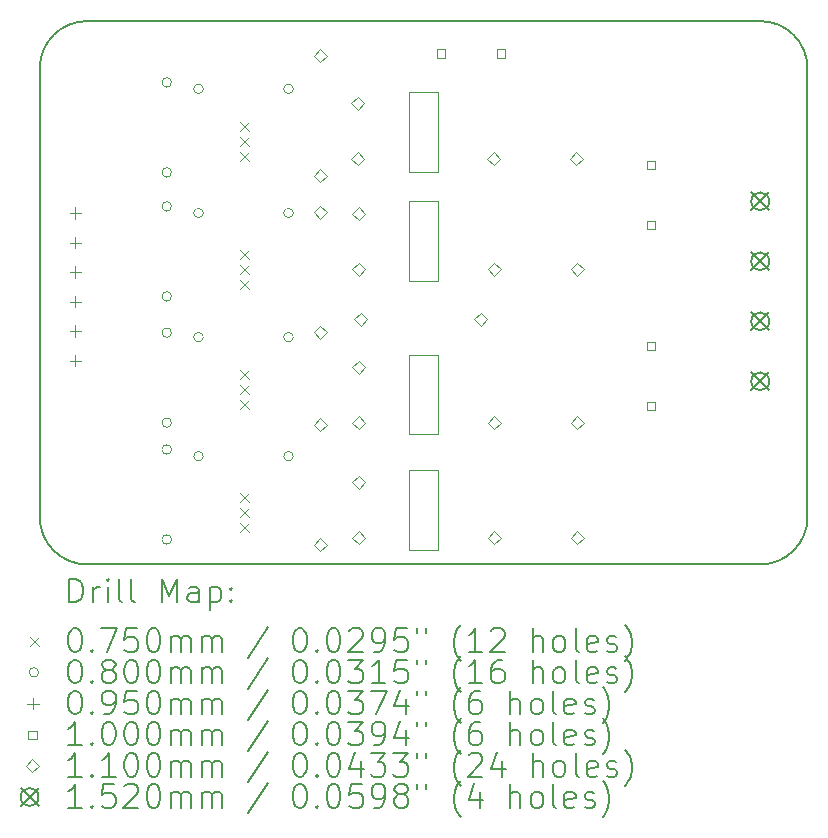
<source format=gbr>
%TF.GenerationSoftware,KiCad,Pcbnew,8.0.2-8.0.2-0~ubuntu22.04.1*%
%TF.CreationDate,2024-05-09T21:58:07-07:00*%
%TF.ProjectId,pifire-relay-module,70696669-7265-42d7-9265-6c61792d6d6f,rev?*%
%TF.SameCoordinates,Original*%
%TF.FileFunction,Drillmap*%
%TF.FilePolarity,Positive*%
%FSLAX45Y45*%
G04 Gerber Fmt 4.5, Leading zero omitted, Abs format (unit mm)*
G04 Created by KiCad (PCBNEW 8.0.2-8.0.2-0~ubuntu22.04.1) date 2024-05-09 21:58:07*
%MOMM*%
%LPD*%
G01*
G04 APERTURE LIST*
%ADD10C,0.050000*%
%ADD11C,0.200000*%
%ADD12C,0.100000*%
%ADD13C,0.110000*%
%ADD14C,0.152000*%
G04 APERTURE END LIST*
D10*
X5625000Y-5325000D02*
X5875000Y-5325000D01*
X5875000Y-6000000D01*
X5625000Y-6000000D01*
X5625000Y-5325000D01*
D11*
X9000000Y-2900000D02*
X9000000Y-6700000D01*
X2900000Y-2500000D02*
X8600000Y-2500000D01*
D10*
X5625000Y-3100000D02*
X5875000Y-3100000D01*
X5875000Y-3775000D01*
X5625000Y-3775000D01*
X5625000Y-3100000D01*
X5625000Y-6300000D02*
X5875000Y-6300000D01*
X5875000Y-6975000D01*
X5625000Y-6975000D01*
X5625000Y-6300000D01*
X5625000Y-4025000D02*
X5875000Y-4025000D01*
X5875000Y-4700000D01*
X5625000Y-4700000D01*
X5625000Y-4025000D01*
D11*
X8600000Y-2500000D02*
G75*
G02*
X9000000Y-2900000I0J-400000D01*
G01*
X8600000Y-7100000D02*
X2900000Y-7100000D01*
X2500000Y-2900000D02*
G75*
G02*
X2900000Y-2500000I400000J0D01*
G01*
X9000000Y-6700000D02*
G75*
G02*
X8600000Y-7100000I-400000J0D01*
G01*
X2900000Y-7100000D02*
G75*
G02*
X2500000Y-6700000I0J400000D01*
G01*
X2500000Y-6700000D02*
X2500000Y-2900000D01*
D12*
X4195750Y-3358500D02*
X4270750Y-3433500D01*
X4270750Y-3358500D02*
X4195750Y-3433500D01*
X4195750Y-3485500D02*
X4270750Y-3560500D01*
X4270750Y-3485500D02*
X4195750Y-3560500D01*
X4195750Y-3612500D02*
X4270750Y-3687500D01*
X4270750Y-3612500D02*
X4195750Y-3687500D01*
X4195750Y-4437500D02*
X4270750Y-4512500D01*
X4270750Y-4437500D02*
X4195750Y-4512500D01*
X4195750Y-4564500D02*
X4270750Y-4639500D01*
X4270750Y-4564500D02*
X4195750Y-4639500D01*
X4195750Y-4691500D02*
X4270750Y-4766500D01*
X4270750Y-4691500D02*
X4195750Y-4766500D01*
X4195750Y-5458500D02*
X4270750Y-5533500D01*
X4270750Y-5458500D02*
X4195750Y-5533500D01*
X4195750Y-5585500D02*
X4270750Y-5660500D01*
X4270750Y-5585500D02*
X4195750Y-5660500D01*
X4195750Y-5712500D02*
X4270750Y-5787500D01*
X4270750Y-5712500D02*
X4195750Y-5787500D01*
X4195750Y-6493750D02*
X4270750Y-6568750D01*
X4270750Y-6493750D02*
X4195750Y-6568750D01*
X4195750Y-6620750D02*
X4270750Y-6695750D01*
X4270750Y-6620750D02*
X4195750Y-6695750D01*
X4195750Y-6747750D02*
X4270750Y-6822750D01*
X4270750Y-6747750D02*
X4195750Y-6822750D01*
X3615000Y-3019000D02*
G75*
G02*
X3535000Y-3019000I-40000J0D01*
G01*
X3535000Y-3019000D02*
G75*
G02*
X3615000Y-3019000I40000J0D01*
G01*
X3615000Y-3781000D02*
G75*
G02*
X3535000Y-3781000I-40000J0D01*
G01*
X3535000Y-3781000D02*
G75*
G02*
X3615000Y-3781000I40000J0D01*
G01*
X3615000Y-4069000D02*
G75*
G02*
X3535000Y-4069000I-40000J0D01*
G01*
X3535000Y-4069000D02*
G75*
G02*
X3615000Y-4069000I40000J0D01*
G01*
X3615000Y-4831000D02*
G75*
G02*
X3535000Y-4831000I-40000J0D01*
G01*
X3535000Y-4831000D02*
G75*
G02*
X3615000Y-4831000I40000J0D01*
G01*
X3615000Y-5138000D02*
G75*
G02*
X3535000Y-5138000I-40000J0D01*
G01*
X3535000Y-5138000D02*
G75*
G02*
X3615000Y-5138000I40000J0D01*
G01*
X3615000Y-5900000D02*
G75*
G02*
X3535000Y-5900000I-40000J0D01*
G01*
X3535000Y-5900000D02*
G75*
G02*
X3615000Y-5900000I40000J0D01*
G01*
X3615000Y-6127250D02*
G75*
G02*
X3535000Y-6127250I-40000J0D01*
G01*
X3535000Y-6127250D02*
G75*
G02*
X3615000Y-6127250I40000J0D01*
G01*
X3615000Y-6889250D02*
G75*
G02*
X3535000Y-6889250I-40000J0D01*
G01*
X3535000Y-6889250D02*
G75*
G02*
X3615000Y-6889250I40000J0D01*
G01*
X3884000Y-3075000D02*
G75*
G02*
X3804000Y-3075000I-40000J0D01*
G01*
X3804000Y-3075000D02*
G75*
G02*
X3884000Y-3075000I40000J0D01*
G01*
X3884000Y-4125000D02*
G75*
G02*
X3804000Y-4125000I-40000J0D01*
G01*
X3804000Y-4125000D02*
G75*
G02*
X3884000Y-4125000I40000J0D01*
G01*
X3884000Y-5175000D02*
G75*
G02*
X3804000Y-5175000I-40000J0D01*
G01*
X3804000Y-5175000D02*
G75*
G02*
X3884000Y-5175000I40000J0D01*
G01*
X3884000Y-6183250D02*
G75*
G02*
X3804000Y-6183250I-40000J0D01*
G01*
X3804000Y-6183250D02*
G75*
G02*
X3884000Y-6183250I40000J0D01*
G01*
X4646000Y-3075000D02*
G75*
G02*
X4566000Y-3075000I-40000J0D01*
G01*
X4566000Y-3075000D02*
G75*
G02*
X4646000Y-3075000I40000J0D01*
G01*
X4646000Y-4125000D02*
G75*
G02*
X4566000Y-4125000I-40000J0D01*
G01*
X4566000Y-4125000D02*
G75*
G02*
X4646000Y-4125000I40000J0D01*
G01*
X4646000Y-5175000D02*
G75*
G02*
X4566000Y-5175000I-40000J0D01*
G01*
X4566000Y-5175000D02*
G75*
G02*
X4646000Y-5175000I40000J0D01*
G01*
X4646000Y-6183250D02*
G75*
G02*
X4566000Y-6183250I-40000J0D01*
G01*
X4566000Y-6183250D02*
G75*
G02*
X4646000Y-6183250I40000J0D01*
G01*
X2800000Y-4077500D02*
X2800000Y-4172500D01*
X2752500Y-4125000D02*
X2847500Y-4125000D01*
X2800000Y-4327500D02*
X2800000Y-4422500D01*
X2752500Y-4375000D02*
X2847500Y-4375000D01*
X2800000Y-4577500D02*
X2800000Y-4672500D01*
X2752500Y-4625000D02*
X2847500Y-4625000D01*
X2800000Y-4827500D02*
X2800000Y-4922500D01*
X2752500Y-4875000D02*
X2847500Y-4875000D01*
X2800000Y-5077500D02*
X2800000Y-5172500D01*
X2752500Y-5125000D02*
X2847500Y-5125000D01*
X2800000Y-5327500D02*
X2800000Y-5422500D01*
X2752500Y-5375000D02*
X2847500Y-5375000D01*
X5931356Y-2809356D02*
X5931356Y-2738644D01*
X5860644Y-2738644D01*
X5860644Y-2809356D01*
X5931356Y-2809356D01*
X6439356Y-2810356D02*
X6439356Y-2739644D01*
X6368644Y-2739644D01*
X6368644Y-2810356D01*
X6439356Y-2810356D01*
X7709356Y-5793356D02*
X7709356Y-5722644D01*
X7638644Y-5722644D01*
X7638644Y-5793356D01*
X7709356Y-5793356D01*
X7710356Y-4260356D02*
X7710356Y-4189644D01*
X7639644Y-4189644D01*
X7639644Y-4260356D01*
X7710356Y-4260356D01*
X7710356Y-5285356D02*
X7710356Y-5214644D01*
X7639644Y-5214644D01*
X7639644Y-5285356D01*
X7710356Y-5285356D01*
X7711356Y-3752356D02*
X7711356Y-3681644D01*
X7640644Y-3681644D01*
X7640644Y-3752356D01*
X7711356Y-3752356D01*
D13*
X4875000Y-2847000D02*
X4930000Y-2792000D01*
X4875000Y-2737000D01*
X4820000Y-2792000D01*
X4875000Y-2847000D01*
X4875000Y-3863000D02*
X4930000Y-3808000D01*
X4875000Y-3753000D01*
X4820000Y-3808000D01*
X4875000Y-3863000D01*
X4875000Y-4172000D02*
X4930000Y-4117000D01*
X4875000Y-4062000D01*
X4820000Y-4117000D01*
X4875000Y-4172000D01*
X4875000Y-5188000D02*
X4930000Y-5133000D01*
X4875000Y-5078000D01*
X4820000Y-5133000D01*
X4875000Y-5188000D01*
X4875000Y-5972000D02*
X4930000Y-5917000D01*
X4875000Y-5862000D01*
X4820000Y-5917000D01*
X4875000Y-5972000D01*
X4875000Y-6988000D02*
X4930000Y-6933000D01*
X4875000Y-6878000D01*
X4820000Y-6933000D01*
X4875000Y-6988000D01*
X5191750Y-3251750D02*
X5246750Y-3196750D01*
X5191750Y-3141750D01*
X5136750Y-3196750D01*
X5191750Y-3251750D01*
X5191750Y-3721750D02*
X5246750Y-3666750D01*
X5191750Y-3611750D01*
X5136750Y-3666750D01*
X5191750Y-3721750D01*
X5200000Y-4185000D02*
X5255000Y-4130000D01*
X5200000Y-4075000D01*
X5145000Y-4130000D01*
X5200000Y-4185000D01*
X5200000Y-4655000D02*
X5255000Y-4600000D01*
X5200000Y-4545000D01*
X5145000Y-4600000D01*
X5200000Y-4655000D01*
X5200000Y-5485000D02*
X5255000Y-5430000D01*
X5200000Y-5375000D01*
X5145000Y-5430000D01*
X5200000Y-5485000D01*
X5200000Y-5955000D02*
X5255000Y-5900000D01*
X5200000Y-5845000D01*
X5145000Y-5900000D01*
X5200000Y-5955000D01*
X5200000Y-6460000D02*
X5255000Y-6405000D01*
X5200000Y-6350000D01*
X5145000Y-6405000D01*
X5200000Y-6460000D01*
X5200000Y-6930000D02*
X5255000Y-6875000D01*
X5200000Y-6820000D01*
X5145000Y-6875000D01*
X5200000Y-6930000D01*
X5217000Y-5080000D02*
X5272000Y-5025000D01*
X5217000Y-4970000D01*
X5162000Y-5025000D01*
X5217000Y-5080000D01*
X6233000Y-5080000D02*
X6288000Y-5025000D01*
X6233000Y-4970000D01*
X6178000Y-5025000D01*
X6233000Y-5080000D01*
X6341750Y-3721750D02*
X6396750Y-3666750D01*
X6341750Y-3611750D01*
X6286750Y-3666750D01*
X6341750Y-3721750D01*
X6350000Y-4655000D02*
X6405000Y-4600000D01*
X6350000Y-4545000D01*
X6295000Y-4600000D01*
X6350000Y-4655000D01*
X6350000Y-5955000D02*
X6405000Y-5900000D01*
X6350000Y-5845000D01*
X6295000Y-5900000D01*
X6350000Y-5955000D01*
X6350000Y-6930000D02*
X6405000Y-6875000D01*
X6350000Y-6820000D01*
X6295000Y-6875000D01*
X6350000Y-6930000D01*
X7041750Y-3721750D02*
X7096750Y-3666750D01*
X7041750Y-3611750D01*
X6986750Y-3666750D01*
X7041750Y-3721750D01*
X7050000Y-4655000D02*
X7105000Y-4600000D01*
X7050000Y-4545000D01*
X6995000Y-4600000D01*
X7050000Y-4655000D01*
X7050000Y-5955000D02*
X7105000Y-5900000D01*
X7050000Y-5845000D01*
X6995000Y-5900000D01*
X7050000Y-5955000D01*
X7050000Y-6930000D02*
X7105000Y-6875000D01*
X7050000Y-6820000D01*
X6995000Y-6875000D01*
X7050000Y-6930000D01*
D14*
X8524000Y-3950000D02*
X8676000Y-4102000D01*
X8676000Y-3950000D02*
X8524000Y-4102000D01*
X8676000Y-4026000D02*
G75*
G02*
X8524000Y-4026000I-76000J0D01*
G01*
X8524000Y-4026000D02*
G75*
G02*
X8676000Y-4026000I76000J0D01*
G01*
X8524000Y-4458000D02*
X8676000Y-4610000D01*
X8676000Y-4458000D02*
X8524000Y-4610000D01*
X8676000Y-4534000D02*
G75*
G02*
X8524000Y-4534000I-76000J0D01*
G01*
X8524000Y-4534000D02*
G75*
G02*
X8676000Y-4534000I76000J0D01*
G01*
X8524000Y-4966000D02*
X8676000Y-5118000D01*
X8676000Y-4966000D02*
X8524000Y-5118000D01*
X8676000Y-5042000D02*
G75*
G02*
X8524000Y-5042000I-76000J0D01*
G01*
X8524000Y-5042000D02*
G75*
G02*
X8676000Y-5042000I76000J0D01*
G01*
X8524000Y-5474000D02*
X8676000Y-5626000D01*
X8676000Y-5474000D02*
X8524000Y-5626000D01*
X8676000Y-5550000D02*
G75*
G02*
X8524000Y-5550000I-76000J0D01*
G01*
X8524000Y-5550000D02*
G75*
G02*
X8676000Y-5550000I76000J0D01*
G01*
D11*
X2750777Y-7421484D02*
X2750777Y-7221484D01*
X2750777Y-7221484D02*
X2798396Y-7221484D01*
X2798396Y-7221484D02*
X2826967Y-7231008D01*
X2826967Y-7231008D02*
X2846015Y-7250055D01*
X2846015Y-7250055D02*
X2855539Y-7269103D01*
X2855539Y-7269103D02*
X2865062Y-7307198D01*
X2865062Y-7307198D02*
X2865062Y-7335769D01*
X2865062Y-7335769D02*
X2855539Y-7373865D01*
X2855539Y-7373865D02*
X2846015Y-7392912D01*
X2846015Y-7392912D02*
X2826967Y-7411960D01*
X2826967Y-7411960D02*
X2798396Y-7421484D01*
X2798396Y-7421484D02*
X2750777Y-7421484D01*
X2950777Y-7421484D02*
X2950777Y-7288150D01*
X2950777Y-7326246D02*
X2960301Y-7307198D01*
X2960301Y-7307198D02*
X2969824Y-7297674D01*
X2969824Y-7297674D02*
X2988872Y-7288150D01*
X2988872Y-7288150D02*
X3007920Y-7288150D01*
X3074586Y-7421484D02*
X3074586Y-7288150D01*
X3074586Y-7221484D02*
X3065062Y-7231008D01*
X3065062Y-7231008D02*
X3074586Y-7240531D01*
X3074586Y-7240531D02*
X3084110Y-7231008D01*
X3084110Y-7231008D02*
X3074586Y-7221484D01*
X3074586Y-7221484D02*
X3074586Y-7240531D01*
X3198396Y-7421484D02*
X3179348Y-7411960D01*
X3179348Y-7411960D02*
X3169824Y-7392912D01*
X3169824Y-7392912D02*
X3169824Y-7221484D01*
X3303158Y-7421484D02*
X3284110Y-7411960D01*
X3284110Y-7411960D02*
X3274586Y-7392912D01*
X3274586Y-7392912D02*
X3274586Y-7221484D01*
X3531729Y-7421484D02*
X3531729Y-7221484D01*
X3531729Y-7221484D02*
X3598396Y-7364341D01*
X3598396Y-7364341D02*
X3665062Y-7221484D01*
X3665062Y-7221484D02*
X3665062Y-7421484D01*
X3846015Y-7421484D02*
X3846015Y-7316722D01*
X3846015Y-7316722D02*
X3836491Y-7297674D01*
X3836491Y-7297674D02*
X3817443Y-7288150D01*
X3817443Y-7288150D02*
X3779348Y-7288150D01*
X3779348Y-7288150D02*
X3760301Y-7297674D01*
X3846015Y-7411960D02*
X3826967Y-7421484D01*
X3826967Y-7421484D02*
X3779348Y-7421484D01*
X3779348Y-7421484D02*
X3760301Y-7411960D01*
X3760301Y-7411960D02*
X3750777Y-7392912D01*
X3750777Y-7392912D02*
X3750777Y-7373865D01*
X3750777Y-7373865D02*
X3760301Y-7354817D01*
X3760301Y-7354817D02*
X3779348Y-7345293D01*
X3779348Y-7345293D02*
X3826967Y-7345293D01*
X3826967Y-7345293D02*
X3846015Y-7335769D01*
X3941253Y-7288150D02*
X3941253Y-7488150D01*
X3941253Y-7297674D02*
X3960301Y-7288150D01*
X3960301Y-7288150D02*
X3998396Y-7288150D01*
X3998396Y-7288150D02*
X4017443Y-7297674D01*
X4017443Y-7297674D02*
X4026967Y-7307198D01*
X4026967Y-7307198D02*
X4036491Y-7326246D01*
X4036491Y-7326246D02*
X4036491Y-7383388D01*
X4036491Y-7383388D02*
X4026967Y-7402436D01*
X4026967Y-7402436D02*
X4017443Y-7411960D01*
X4017443Y-7411960D02*
X3998396Y-7421484D01*
X3998396Y-7421484D02*
X3960301Y-7421484D01*
X3960301Y-7421484D02*
X3941253Y-7411960D01*
X4122205Y-7402436D02*
X4131729Y-7411960D01*
X4131729Y-7411960D02*
X4122205Y-7421484D01*
X4122205Y-7421484D02*
X4112682Y-7411960D01*
X4112682Y-7411960D02*
X4122205Y-7402436D01*
X4122205Y-7402436D02*
X4122205Y-7421484D01*
X4122205Y-7297674D02*
X4131729Y-7307198D01*
X4131729Y-7307198D02*
X4122205Y-7316722D01*
X4122205Y-7316722D02*
X4112682Y-7307198D01*
X4112682Y-7307198D02*
X4122205Y-7297674D01*
X4122205Y-7297674D02*
X4122205Y-7316722D01*
D12*
X2415000Y-7712500D02*
X2490000Y-7787500D01*
X2490000Y-7712500D02*
X2415000Y-7787500D01*
D11*
X2788872Y-7641484D02*
X2807920Y-7641484D01*
X2807920Y-7641484D02*
X2826967Y-7651008D01*
X2826967Y-7651008D02*
X2836491Y-7660531D01*
X2836491Y-7660531D02*
X2846015Y-7679579D01*
X2846015Y-7679579D02*
X2855539Y-7717674D01*
X2855539Y-7717674D02*
X2855539Y-7765293D01*
X2855539Y-7765293D02*
X2846015Y-7803388D01*
X2846015Y-7803388D02*
X2836491Y-7822436D01*
X2836491Y-7822436D02*
X2826967Y-7831960D01*
X2826967Y-7831960D02*
X2807920Y-7841484D01*
X2807920Y-7841484D02*
X2788872Y-7841484D01*
X2788872Y-7841484D02*
X2769824Y-7831960D01*
X2769824Y-7831960D02*
X2760301Y-7822436D01*
X2760301Y-7822436D02*
X2750777Y-7803388D01*
X2750777Y-7803388D02*
X2741253Y-7765293D01*
X2741253Y-7765293D02*
X2741253Y-7717674D01*
X2741253Y-7717674D02*
X2750777Y-7679579D01*
X2750777Y-7679579D02*
X2760301Y-7660531D01*
X2760301Y-7660531D02*
X2769824Y-7651008D01*
X2769824Y-7651008D02*
X2788872Y-7641484D01*
X2941253Y-7822436D02*
X2950777Y-7831960D01*
X2950777Y-7831960D02*
X2941253Y-7841484D01*
X2941253Y-7841484D02*
X2931729Y-7831960D01*
X2931729Y-7831960D02*
X2941253Y-7822436D01*
X2941253Y-7822436D02*
X2941253Y-7841484D01*
X3017443Y-7641484D02*
X3150777Y-7641484D01*
X3150777Y-7641484D02*
X3065062Y-7841484D01*
X3322205Y-7641484D02*
X3226967Y-7641484D01*
X3226967Y-7641484D02*
X3217443Y-7736722D01*
X3217443Y-7736722D02*
X3226967Y-7727198D01*
X3226967Y-7727198D02*
X3246015Y-7717674D01*
X3246015Y-7717674D02*
X3293634Y-7717674D01*
X3293634Y-7717674D02*
X3312682Y-7727198D01*
X3312682Y-7727198D02*
X3322205Y-7736722D01*
X3322205Y-7736722D02*
X3331729Y-7755769D01*
X3331729Y-7755769D02*
X3331729Y-7803388D01*
X3331729Y-7803388D02*
X3322205Y-7822436D01*
X3322205Y-7822436D02*
X3312682Y-7831960D01*
X3312682Y-7831960D02*
X3293634Y-7841484D01*
X3293634Y-7841484D02*
X3246015Y-7841484D01*
X3246015Y-7841484D02*
X3226967Y-7831960D01*
X3226967Y-7831960D02*
X3217443Y-7822436D01*
X3455539Y-7641484D02*
X3474586Y-7641484D01*
X3474586Y-7641484D02*
X3493634Y-7651008D01*
X3493634Y-7651008D02*
X3503158Y-7660531D01*
X3503158Y-7660531D02*
X3512682Y-7679579D01*
X3512682Y-7679579D02*
X3522205Y-7717674D01*
X3522205Y-7717674D02*
X3522205Y-7765293D01*
X3522205Y-7765293D02*
X3512682Y-7803388D01*
X3512682Y-7803388D02*
X3503158Y-7822436D01*
X3503158Y-7822436D02*
X3493634Y-7831960D01*
X3493634Y-7831960D02*
X3474586Y-7841484D01*
X3474586Y-7841484D02*
X3455539Y-7841484D01*
X3455539Y-7841484D02*
X3436491Y-7831960D01*
X3436491Y-7831960D02*
X3426967Y-7822436D01*
X3426967Y-7822436D02*
X3417443Y-7803388D01*
X3417443Y-7803388D02*
X3407920Y-7765293D01*
X3407920Y-7765293D02*
X3407920Y-7717674D01*
X3407920Y-7717674D02*
X3417443Y-7679579D01*
X3417443Y-7679579D02*
X3426967Y-7660531D01*
X3426967Y-7660531D02*
X3436491Y-7651008D01*
X3436491Y-7651008D02*
X3455539Y-7641484D01*
X3607920Y-7841484D02*
X3607920Y-7708150D01*
X3607920Y-7727198D02*
X3617443Y-7717674D01*
X3617443Y-7717674D02*
X3636491Y-7708150D01*
X3636491Y-7708150D02*
X3665063Y-7708150D01*
X3665063Y-7708150D02*
X3684110Y-7717674D01*
X3684110Y-7717674D02*
X3693634Y-7736722D01*
X3693634Y-7736722D02*
X3693634Y-7841484D01*
X3693634Y-7736722D02*
X3703158Y-7717674D01*
X3703158Y-7717674D02*
X3722205Y-7708150D01*
X3722205Y-7708150D02*
X3750777Y-7708150D01*
X3750777Y-7708150D02*
X3769824Y-7717674D01*
X3769824Y-7717674D02*
X3779348Y-7736722D01*
X3779348Y-7736722D02*
X3779348Y-7841484D01*
X3874586Y-7841484D02*
X3874586Y-7708150D01*
X3874586Y-7727198D02*
X3884110Y-7717674D01*
X3884110Y-7717674D02*
X3903158Y-7708150D01*
X3903158Y-7708150D02*
X3931729Y-7708150D01*
X3931729Y-7708150D02*
X3950777Y-7717674D01*
X3950777Y-7717674D02*
X3960301Y-7736722D01*
X3960301Y-7736722D02*
X3960301Y-7841484D01*
X3960301Y-7736722D02*
X3969824Y-7717674D01*
X3969824Y-7717674D02*
X3988872Y-7708150D01*
X3988872Y-7708150D02*
X4017443Y-7708150D01*
X4017443Y-7708150D02*
X4036491Y-7717674D01*
X4036491Y-7717674D02*
X4046015Y-7736722D01*
X4046015Y-7736722D02*
X4046015Y-7841484D01*
X4436491Y-7631960D02*
X4265063Y-7889103D01*
X4693634Y-7641484D02*
X4712682Y-7641484D01*
X4712682Y-7641484D02*
X4731729Y-7651008D01*
X4731729Y-7651008D02*
X4741253Y-7660531D01*
X4741253Y-7660531D02*
X4750777Y-7679579D01*
X4750777Y-7679579D02*
X4760301Y-7717674D01*
X4760301Y-7717674D02*
X4760301Y-7765293D01*
X4760301Y-7765293D02*
X4750777Y-7803388D01*
X4750777Y-7803388D02*
X4741253Y-7822436D01*
X4741253Y-7822436D02*
X4731729Y-7831960D01*
X4731729Y-7831960D02*
X4712682Y-7841484D01*
X4712682Y-7841484D02*
X4693634Y-7841484D01*
X4693634Y-7841484D02*
X4674587Y-7831960D01*
X4674587Y-7831960D02*
X4665063Y-7822436D01*
X4665063Y-7822436D02*
X4655539Y-7803388D01*
X4655539Y-7803388D02*
X4646015Y-7765293D01*
X4646015Y-7765293D02*
X4646015Y-7717674D01*
X4646015Y-7717674D02*
X4655539Y-7679579D01*
X4655539Y-7679579D02*
X4665063Y-7660531D01*
X4665063Y-7660531D02*
X4674587Y-7651008D01*
X4674587Y-7651008D02*
X4693634Y-7641484D01*
X4846015Y-7822436D02*
X4855539Y-7831960D01*
X4855539Y-7831960D02*
X4846015Y-7841484D01*
X4846015Y-7841484D02*
X4836491Y-7831960D01*
X4836491Y-7831960D02*
X4846015Y-7822436D01*
X4846015Y-7822436D02*
X4846015Y-7841484D01*
X4979348Y-7641484D02*
X4998396Y-7641484D01*
X4998396Y-7641484D02*
X5017444Y-7651008D01*
X5017444Y-7651008D02*
X5026968Y-7660531D01*
X5026968Y-7660531D02*
X5036491Y-7679579D01*
X5036491Y-7679579D02*
X5046015Y-7717674D01*
X5046015Y-7717674D02*
X5046015Y-7765293D01*
X5046015Y-7765293D02*
X5036491Y-7803388D01*
X5036491Y-7803388D02*
X5026968Y-7822436D01*
X5026968Y-7822436D02*
X5017444Y-7831960D01*
X5017444Y-7831960D02*
X4998396Y-7841484D01*
X4998396Y-7841484D02*
X4979348Y-7841484D01*
X4979348Y-7841484D02*
X4960301Y-7831960D01*
X4960301Y-7831960D02*
X4950777Y-7822436D01*
X4950777Y-7822436D02*
X4941253Y-7803388D01*
X4941253Y-7803388D02*
X4931729Y-7765293D01*
X4931729Y-7765293D02*
X4931729Y-7717674D01*
X4931729Y-7717674D02*
X4941253Y-7679579D01*
X4941253Y-7679579D02*
X4950777Y-7660531D01*
X4950777Y-7660531D02*
X4960301Y-7651008D01*
X4960301Y-7651008D02*
X4979348Y-7641484D01*
X5122206Y-7660531D02*
X5131729Y-7651008D01*
X5131729Y-7651008D02*
X5150777Y-7641484D01*
X5150777Y-7641484D02*
X5198396Y-7641484D01*
X5198396Y-7641484D02*
X5217444Y-7651008D01*
X5217444Y-7651008D02*
X5226968Y-7660531D01*
X5226968Y-7660531D02*
X5236491Y-7679579D01*
X5236491Y-7679579D02*
X5236491Y-7698627D01*
X5236491Y-7698627D02*
X5226968Y-7727198D01*
X5226968Y-7727198D02*
X5112682Y-7841484D01*
X5112682Y-7841484D02*
X5236491Y-7841484D01*
X5331729Y-7841484D02*
X5369825Y-7841484D01*
X5369825Y-7841484D02*
X5388872Y-7831960D01*
X5388872Y-7831960D02*
X5398396Y-7822436D01*
X5398396Y-7822436D02*
X5417444Y-7793865D01*
X5417444Y-7793865D02*
X5426968Y-7755769D01*
X5426968Y-7755769D02*
X5426968Y-7679579D01*
X5426968Y-7679579D02*
X5417444Y-7660531D01*
X5417444Y-7660531D02*
X5407920Y-7651008D01*
X5407920Y-7651008D02*
X5388872Y-7641484D01*
X5388872Y-7641484D02*
X5350777Y-7641484D01*
X5350777Y-7641484D02*
X5331729Y-7651008D01*
X5331729Y-7651008D02*
X5322206Y-7660531D01*
X5322206Y-7660531D02*
X5312682Y-7679579D01*
X5312682Y-7679579D02*
X5312682Y-7727198D01*
X5312682Y-7727198D02*
X5322206Y-7746246D01*
X5322206Y-7746246D02*
X5331729Y-7755769D01*
X5331729Y-7755769D02*
X5350777Y-7765293D01*
X5350777Y-7765293D02*
X5388872Y-7765293D01*
X5388872Y-7765293D02*
X5407920Y-7755769D01*
X5407920Y-7755769D02*
X5417444Y-7746246D01*
X5417444Y-7746246D02*
X5426968Y-7727198D01*
X5607920Y-7641484D02*
X5512682Y-7641484D01*
X5512682Y-7641484D02*
X5503158Y-7736722D01*
X5503158Y-7736722D02*
X5512682Y-7727198D01*
X5512682Y-7727198D02*
X5531729Y-7717674D01*
X5531729Y-7717674D02*
X5579349Y-7717674D01*
X5579349Y-7717674D02*
X5598396Y-7727198D01*
X5598396Y-7727198D02*
X5607920Y-7736722D01*
X5607920Y-7736722D02*
X5617444Y-7755769D01*
X5617444Y-7755769D02*
X5617444Y-7803388D01*
X5617444Y-7803388D02*
X5607920Y-7822436D01*
X5607920Y-7822436D02*
X5598396Y-7831960D01*
X5598396Y-7831960D02*
X5579349Y-7841484D01*
X5579349Y-7841484D02*
X5531729Y-7841484D01*
X5531729Y-7841484D02*
X5512682Y-7831960D01*
X5512682Y-7831960D02*
X5503158Y-7822436D01*
X5693634Y-7641484D02*
X5693634Y-7679579D01*
X5769825Y-7641484D02*
X5769825Y-7679579D01*
X6065063Y-7917674D02*
X6055539Y-7908150D01*
X6055539Y-7908150D02*
X6036491Y-7879579D01*
X6036491Y-7879579D02*
X6026968Y-7860531D01*
X6026968Y-7860531D02*
X6017444Y-7831960D01*
X6017444Y-7831960D02*
X6007920Y-7784341D01*
X6007920Y-7784341D02*
X6007920Y-7746246D01*
X6007920Y-7746246D02*
X6017444Y-7698627D01*
X6017444Y-7698627D02*
X6026968Y-7670055D01*
X6026968Y-7670055D02*
X6036491Y-7651008D01*
X6036491Y-7651008D02*
X6055539Y-7622436D01*
X6055539Y-7622436D02*
X6065063Y-7612912D01*
X6246015Y-7841484D02*
X6131729Y-7841484D01*
X6188872Y-7841484D02*
X6188872Y-7641484D01*
X6188872Y-7641484D02*
X6169825Y-7670055D01*
X6169825Y-7670055D02*
X6150777Y-7689103D01*
X6150777Y-7689103D02*
X6131729Y-7698627D01*
X6322206Y-7660531D02*
X6331729Y-7651008D01*
X6331729Y-7651008D02*
X6350777Y-7641484D01*
X6350777Y-7641484D02*
X6398396Y-7641484D01*
X6398396Y-7641484D02*
X6417444Y-7651008D01*
X6417444Y-7651008D02*
X6426968Y-7660531D01*
X6426968Y-7660531D02*
X6436491Y-7679579D01*
X6436491Y-7679579D02*
X6436491Y-7698627D01*
X6436491Y-7698627D02*
X6426968Y-7727198D01*
X6426968Y-7727198D02*
X6312682Y-7841484D01*
X6312682Y-7841484D02*
X6436491Y-7841484D01*
X6674587Y-7841484D02*
X6674587Y-7641484D01*
X6760301Y-7841484D02*
X6760301Y-7736722D01*
X6760301Y-7736722D02*
X6750777Y-7717674D01*
X6750777Y-7717674D02*
X6731730Y-7708150D01*
X6731730Y-7708150D02*
X6703158Y-7708150D01*
X6703158Y-7708150D02*
X6684110Y-7717674D01*
X6684110Y-7717674D02*
X6674587Y-7727198D01*
X6884110Y-7841484D02*
X6865063Y-7831960D01*
X6865063Y-7831960D02*
X6855539Y-7822436D01*
X6855539Y-7822436D02*
X6846015Y-7803388D01*
X6846015Y-7803388D02*
X6846015Y-7746246D01*
X6846015Y-7746246D02*
X6855539Y-7727198D01*
X6855539Y-7727198D02*
X6865063Y-7717674D01*
X6865063Y-7717674D02*
X6884110Y-7708150D01*
X6884110Y-7708150D02*
X6912682Y-7708150D01*
X6912682Y-7708150D02*
X6931730Y-7717674D01*
X6931730Y-7717674D02*
X6941253Y-7727198D01*
X6941253Y-7727198D02*
X6950777Y-7746246D01*
X6950777Y-7746246D02*
X6950777Y-7803388D01*
X6950777Y-7803388D02*
X6941253Y-7822436D01*
X6941253Y-7822436D02*
X6931730Y-7831960D01*
X6931730Y-7831960D02*
X6912682Y-7841484D01*
X6912682Y-7841484D02*
X6884110Y-7841484D01*
X7065063Y-7841484D02*
X7046015Y-7831960D01*
X7046015Y-7831960D02*
X7036491Y-7812912D01*
X7036491Y-7812912D02*
X7036491Y-7641484D01*
X7217444Y-7831960D02*
X7198396Y-7841484D01*
X7198396Y-7841484D02*
X7160301Y-7841484D01*
X7160301Y-7841484D02*
X7141253Y-7831960D01*
X7141253Y-7831960D02*
X7131730Y-7812912D01*
X7131730Y-7812912D02*
X7131730Y-7736722D01*
X7131730Y-7736722D02*
X7141253Y-7717674D01*
X7141253Y-7717674D02*
X7160301Y-7708150D01*
X7160301Y-7708150D02*
X7198396Y-7708150D01*
X7198396Y-7708150D02*
X7217444Y-7717674D01*
X7217444Y-7717674D02*
X7226968Y-7736722D01*
X7226968Y-7736722D02*
X7226968Y-7755769D01*
X7226968Y-7755769D02*
X7131730Y-7774817D01*
X7303158Y-7831960D02*
X7322206Y-7841484D01*
X7322206Y-7841484D02*
X7360301Y-7841484D01*
X7360301Y-7841484D02*
X7379349Y-7831960D01*
X7379349Y-7831960D02*
X7388872Y-7812912D01*
X7388872Y-7812912D02*
X7388872Y-7803388D01*
X7388872Y-7803388D02*
X7379349Y-7784341D01*
X7379349Y-7784341D02*
X7360301Y-7774817D01*
X7360301Y-7774817D02*
X7331730Y-7774817D01*
X7331730Y-7774817D02*
X7312682Y-7765293D01*
X7312682Y-7765293D02*
X7303158Y-7746246D01*
X7303158Y-7746246D02*
X7303158Y-7736722D01*
X7303158Y-7736722D02*
X7312682Y-7717674D01*
X7312682Y-7717674D02*
X7331730Y-7708150D01*
X7331730Y-7708150D02*
X7360301Y-7708150D01*
X7360301Y-7708150D02*
X7379349Y-7717674D01*
X7455539Y-7917674D02*
X7465063Y-7908150D01*
X7465063Y-7908150D02*
X7484111Y-7879579D01*
X7484111Y-7879579D02*
X7493634Y-7860531D01*
X7493634Y-7860531D02*
X7503158Y-7831960D01*
X7503158Y-7831960D02*
X7512682Y-7784341D01*
X7512682Y-7784341D02*
X7512682Y-7746246D01*
X7512682Y-7746246D02*
X7503158Y-7698627D01*
X7503158Y-7698627D02*
X7493634Y-7670055D01*
X7493634Y-7670055D02*
X7484111Y-7651008D01*
X7484111Y-7651008D02*
X7465063Y-7622436D01*
X7465063Y-7622436D02*
X7455539Y-7612912D01*
D12*
X2490000Y-8014000D02*
G75*
G02*
X2410000Y-8014000I-40000J0D01*
G01*
X2410000Y-8014000D02*
G75*
G02*
X2490000Y-8014000I40000J0D01*
G01*
D11*
X2788872Y-7905484D02*
X2807920Y-7905484D01*
X2807920Y-7905484D02*
X2826967Y-7915008D01*
X2826967Y-7915008D02*
X2836491Y-7924531D01*
X2836491Y-7924531D02*
X2846015Y-7943579D01*
X2846015Y-7943579D02*
X2855539Y-7981674D01*
X2855539Y-7981674D02*
X2855539Y-8029293D01*
X2855539Y-8029293D02*
X2846015Y-8067388D01*
X2846015Y-8067388D02*
X2836491Y-8086436D01*
X2836491Y-8086436D02*
X2826967Y-8095960D01*
X2826967Y-8095960D02*
X2807920Y-8105484D01*
X2807920Y-8105484D02*
X2788872Y-8105484D01*
X2788872Y-8105484D02*
X2769824Y-8095960D01*
X2769824Y-8095960D02*
X2760301Y-8086436D01*
X2760301Y-8086436D02*
X2750777Y-8067388D01*
X2750777Y-8067388D02*
X2741253Y-8029293D01*
X2741253Y-8029293D02*
X2741253Y-7981674D01*
X2741253Y-7981674D02*
X2750777Y-7943579D01*
X2750777Y-7943579D02*
X2760301Y-7924531D01*
X2760301Y-7924531D02*
X2769824Y-7915008D01*
X2769824Y-7915008D02*
X2788872Y-7905484D01*
X2941253Y-8086436D02*
X2950777Y-8095960D01*
X2950777Y-8095960D02*
X2941253Y-8105484D01*
X2941253Y-8105484D02*
X2931729Y-8095960D01*
X2931729Y-8095960D02*
X2941253Y-8086436D01*
X2941253Y-8086436D02*
X2941253Y-8105484D01*
X3065062Y-7991198D02*
X3046015Y-7981674D01*
X3046015Y-7981674D02*
X3036491Y-7972150D01*
X3036491Y-7972150D02*
X3026967Y-7953103D01*
X3026967Y-7953103D02*
X3026967Y-7943579D01*
X3026967Y-7943579D02*
X3036491Y-7924531D01*
X3036491Y-7924531D02*
X3046015Y-7915008D01*
X3046015Y-7915008D02*
X3065062Y-7905484D01*
X3065062Y-7905484D02*
X3103158Y-7905484D01*
X3103158Y-7905484D02*
X3122205Y-7915008D01*
X3122205Y-7915008D02*
X3131729Y-7924531D01*
X3131729Y-7924531D02*
X3141253Y-7943579D01*
X3141253Y-7943579D02*
X3141253Y-7953103D01*
X3141253Y-7953103D02*
X3131729Y-7972150D01*
X3131729Y-7972150D02*
X3122205Y-7981674D01*
X3122205Y-7981674D02*
X3103158Y-7991198D01*
X3103158Y-7991198D02*
X3065062Y-7991198D01*
X3065062Y-7991198D02*
X3046015Y-8000722D01*
X3046015Y-8000722D02*
X3036491Y-8010246D01*
X3036491Y-8010246D02*
X3026967Y-8029293D01*
X3026967Y-8029293D02*
X3026967Y-8067388D01*
X3026967Y-8067388D02*
X3036491Y-8086436D01*
X3036491Y-8086436D02*
X3046015Y-8095960D01*
X3046015Y-8095960D02*
X3065062Y-8105484D01*
X3065062Y-8105484D02*
X3103158Y-8105484D01*
X3103158Y-8105484D02*
X3122205Y-8095960D01*
X3122205Y-8095960D02*
X3131729Y-8086436D01*
X3131729Y-8086436D02*
X3141253Y-8067388D01*
X3141253Y-8067388D02*
X3141253Y-8029293D01*
X3141253Y-8029293D02*
X3131729Y-8010246D01*
X3131729Y-8010246D02*
X3122205Y-8000722D01*
X3122205Y-8000722D02*
X3103158Y-7991198D01*
X3265062Y-7905484D02*
X3284110Y-7905484D01*
X3284110Y-7905484D02*
X3303158Y-7915008D01*
X3303158Y-7915008D02*
X3312682Y-7924531D01*
X3312682Y-7924531D02*
X3322205Y-7943579D01*
X3322205Y-7943579D02*
X3331729Y-7981674D01*
X3331729Y-7981674D02*
X3331729Y-8029293D01*
X3331729Y-8029293D02*
X3322205Y-8067388D01*
X3322205Y-8067388D02*
X3312682Y-8086436D01*
X3312682Y-8086436D02*
X3303158Y-8095960D01*
X3303158Y-8095960D02*
X3284110Y-8105484D01*
X3284110Y-8105484D02*
X3265062Y-8105484D01*
X3265062Y-8105484D02*
X3246015Y-8095960D01*
X3246015Y-8095960D02*
X3236491Y-8086436D01*
X3236491Y-8086436D02*
X3226967Y-8067388D01*
X3226967Y-8067388D02*
X3217443Y-8029293D01*
X3217443Y-8029293D02*
X3217443Y-7981674D01*
X3217443Y-7981674D02*
X3226967Y-7943579D01*
X3226967Y-7943579D02*
X3236491Y-7924531D01*
X3236491Y-7924531D02*
X3246015Y-7915008D01*
X3246015Y-7915008D02*
X3265062Y-7905484D01*
X3455539Y-7905484D02*
X3474586Y-7905484D01*
X3474586Y-7905484D02*
X3493634Y-7915008D01*
X3493634Y-7915008D02*
X3503158Y-7924531D01*
X3503158Y-7924531D02*
X3512682Y-7943579D01*
X3512682Y-7943579D02*
X3522205Y-7981674D01*
X3522205Y-7981674D02*
X3522205Y-8029293D01*
X3522205Y-8029293D02*
X3512682Y-8067388D01*
X3512682Y-8067388D02*
X3503158Y-8086436D01*
X3503158Y-8086436D02*
X3493634Y-8095960D01*
X3493634Y-8095960D02*
X3474586Y-8105484D01*
X3474586Y-8105484D02*
X3455539Y-8105484D01*
X3455539Y-8105484D02*
X3436491Y-8095960D01*
X3436491Y-8095960D02*
X3426967Y-8086436D01*
X3426967Y-8086436D02*
X3417443Y-8067388D01*
X3417443Y-8067388D02*
X3407920Y-8029293D01*
X3407920Y-8029293D02*
X3407920Y-7981674D01*
X3407920Y-7981674D02*
X3417443Y-7943579D01*
X3417443Y-7943579D02*
X3426967Y-7924531D01*
X3426967Y-7924531D02*
X3436491Y-7915008D01*
X3436491Y-7915008D02*
X3455539Y-7905484D01*
X3607920Y-8105484D02*
X3607920Y-7972150D01*
X3607920Y-7991198D02*
X3617443Y-7981674D01*
X3617443Y-7981674D02*
X3636491Y-7972150D01*
X3636491Y-7972150D02*
X3665063Y-7972150D01*
X3665063Y-7972150D02*
X3684110Y-7981674D01*
X3684110Y-7981674D02*
X3693634Y-8000722D01*
X3693634Y-8000722D02*
X3693634Y-8105484D01*
X3693634Y-8000722D02*
X3703158Y-7981674D01*
X3703158Y-7981674D02*
X3722205Y-7972150D01*
X3722205Y-7972150D02*
X3750777Y-7972150D01*
X3750777Y-7972150D02*
X3769824Y-7981674D01*
X3769824Y-7981674D02*
X3779348Y-8000722D01*
X3779348Y-8000722D02*
X3779348Y-8105484D01*
X3874586Y-8105484D02*
X3874586Y-7972150D01*
X3874586Y-7991198D02*
X3884110Y-7981674D01*
X3884110Y-7981674D02*
X3903158Y-7972150D01*
X3903158Y-7972150D02*
X3931729Y-7972150D01*
X3931729Y-7972150D02*
X3950777Y-7981674D01*
X3950777Y-7981674D02*
X3960301Y-8000722D01*
X3960301Y-8000722D02*
X3960301Y-8105484D01*
X3960301Y-8000722D02*
X3969824Y-7981674D01*
X3969824Y-7981674D02*
X3988872Y-7972150D01*
X3988872Y-7972150D02*
X4017443Y-7972150D01*
X4017443Y-7972150D02*
X4036491Y-7981674D01*
X4036491Y-7981674D02*
X4046015Y-8000722D01*
X4046015Y-8000722D02*
X4046015Y-8105484D01*
X4436491Y-7895960D02*
X4265063Y-8153103D01*
X4693634Y-7905484D02*
X4712682Y-7905484D01*
X4712682Y-7905484D02*
X4731729Y-7915008D01*
X4731729Y-7915008D02*
X4741253Y-7924531D01*
X4741253Y-7924531D02*
X4750777Y-7943579D01*
X4750777Y-7943579D02*
X4760301Y-7981674D01*
X4760301Y-7981674D02*
X4760301Y-8029293D01*
X4760301Y-8029293D02*
X4750777Y-8067388D01*
X4750777Y-8067388D02*
X4741253Y-8086436D01*
X4741253Y-8086436D02*
X4731729Y-8095960D01*
X4731729Y-8095960D02*
X4712682Y-8105484D01*
X4712682Y-8105484D02*
X4693634Y-8105484D01*
X4693634Y-8105484D02*
X4674587Y-8095960D01*
X4674587Y-8095960D02*
X4665063Y-8086436D01*
X4665063Y-8086436D02*
X4655539Y-8067388D01*
X4655539Y-8067388D02*
X4646015Y-8029293D01*
X4646015Y-8029293D02*
X4646015Y-7981674D01*
X4646015Y-7981674D02*
X4655539Y-7943579D01*
X4655539Y-7943579D02*
X4665063Y-7924531D01*
X4665063Y-7924531D02*
X4674587Y-7915008D01*
X4674587Y-7915008D02*
X4693634Y-7905484D01*
X4846015Y-8086436D02*
X4855539Y-8095960D01*
X4855539Y-8095960D02*
X4846015Y-8105484D01*
X4846015Y-8105484D02*
X4836491Y-8095960D01*
X4836491Y-8095960D02*
X4846015Y-8086436D01*
X4846015Y-8086436D02*
X4846015Y-8105484D01*
X4979348Y-7905484D02*
X4998396Y-7905484D01*
X4998396Y-7905484D02*
X5017444Y-7915008D01*
X5017444Y-7915008D02*
X5026968Y-7924531D01*
X5026968Y-7924531D02*
X5036491Y-7943579D01*
X5036491Y-7943579D02*
X5046015Y-7981674D01*
X5046015Y-7981674D02*
X5046015Y-8029293D01*
X5046015Y-8029293D02*
X5036491Y-8067388D01*
X5036491Y-8067388D02*
X5026968Y-8086436D01*
X5026968Y-8086436D02*
X5017444Y-8095960D01*
X5017444Y-8095960D02*
X4998396Y-8105484D01*
X4998396Y-8105484D02*
X4979348Y-8105484D01*
X4979348Y-8105484D02*
X4960301Y-8095960D01*
X4960301Y-8095960D02*
X4950777Y-8086436D01*
X4950777Y-8086436D02*
X4941253Y-8067388D01*
X4941253Y-8067388D02*
X4931729Y-8029293D01*
X4931729Y-8029293D02*
X4931729Y-7981674D01*
X4931729Y-7981674D02*
X4941253Y-7943579D01*
X4941253Y-7943579D02*
X4950777Y-7924531D01*
X4950777Y-7924531D02*
X4960301Y-7915008D01*
X4960301Y-7915008D02*
X4979348Y-7905484D01*
X5112682Y-7905484D02*
X5236491Y-7905484D01*
X5236491Y-7905484D02*
X5169825Y-7981674D01*
X5169825Y-7981674D02*
X5198396Y-7981674D01*
X5198396Y-7981674D02*
X5217444Y-7991198D01*
X5217444Y-7991198D02*
X5226968Y-8000722D01*
X5226968Y-8000722D02*
X5236491Y-8019769D01*
X5236491Y-8019769D02*
X5236491Y-8067388D01*
X5236491Y-8067388D02*
X5226968Y-8086436D01*
X5226968Y-8086436D02*
X5217444Y-8095960D01*
X5217444Y-8095960D02*
X5198396Y-8105484D01*
X5198396Y-8105484D02*
X5141253Y-8105484D01*
X5141253Y-8105484D02*
X5122206Y-8095960D01*
X5122206Y-8095960D02*
X5112682Y-8086436D01*
X5426968Y-8105484D02*
X5312682Y-8105484D01*
X5369825Y-8105484D02*
X5369825Y-7905484D01*
X5369825Y-7905484D02*
X5350777Y-7934055D01*
X5350777Y-7934055D02*
X5331729Y-7953103D01*
X5331729Y-7953103D02*
X5312682Y-7962627D01*
X5607920Y-7905484D02*
X5512682Y-7905484D01*
X5512682Y-7905484D02*
X5503158Y-8000722D01*
X5503158Y-8000722D02*
X5512682Y-7991198D01*
X5512682Y-7991198D02*
X5531729Y-7981674D01*
X5531729Y-7981674D02*
X5579349Y-7981674D01*
X5579349Y-7981674D02*
X5598396Y-7991198D01*
X5598396Y-7991198D02*
X5607920Y-8000722D01*
X5607920Y-8000722D02*
X5617444Y-8019769D01*
X5617444Y-8019769D02*
X5617444Y-8067388D01*
X5617444Y-8067388D02*
X5607920Y-8086436D01*
X5607920Y-8086436D02*
X5598396Y-8095960D01*
X5598396Y-8095960D02*
X5579349Y-8105484D01*
X5579349Y-8105484D02*
X5531729Y-8105484D01*
X5531729Y-8105484D02*
X5512682Y-8095960D01*
X5512682Y-8095960D02*
X5503158Y-8086436D01*
X5693634Y-7905484D02*
X5693634Y-7943579D01*
X5769825Y-7905484D02*
X5769825Y-7943579D01*
X6065063Y-8181674D02*
X6055539Y-8172150D01*
X6055539Y-8172150D02*
X6036491Y-8143579D01*
X6036491Y-8143579D02*
X6026968Y-8124531D01*
X6026968Y-8124531D02*
X6017444Y-8095960D01*
X6017444Y-8095960D02*
X6007920Y-8048341D01*
X6007920Y-8048341D02*
X6007920Y-8010246D01*
X6007920Y-8010246D02*
X6017444Y-7962627D01*
X6017444Y-7962627D02*
X6026968Y-7934055D01*
X6026968Y-7934055D02*
X6036491Y-7915008D01*
X6036491Y-7915008D02*
X6055539Y-7886436D01*
X6055539Y-7886436D02*
X6065063Y-7876912D01*
X6246015Y-8105484D02*
X6131729Y-8105484D01*
X6188872Y-8105484D02*
X6188872Y-7905484D01*
X6188872Y-7905484D02*
X6169825Y-7934055D01*
X6169825Y-7934055D02*
X6150777Y-7953103D01*
X6150777Y-7953103D02*
X6131729Y-7962627D01*
X6417444Y-7905484D02*
X6379348Y-7905484D01*
X6379348Y-7905484D02*
X6360301Y-7915008D01*
X6360301Y-7915008D02*
X6350777Y-7924531D01*
X6350777Y-7924531D02*
X6331729Y-7953103D01*
X6331729Y-7953103D02*
X6322206Y-7991198D01*
X6322206Y-7991198D02*
X6322206Y-8067388D01*
X6322206Y-8067388D02*
X6331729Y-8086436D01*
X6331729Y-8086436D02*
X6341253Y-8095960D01*
X6341253Y-8095960D02*
X6360301Y-8105484D01*
X6360301Y-8105484D02*
X6398396Y-8105484D01*
X6398396Y-8105484D02*
X6417444Y-8095960D01*
X6417444Y-8095960D02*
X6426968Y-8086436D01*
X6426968Y-8086436D02*
X6436491Y-8067388D01*
X6436491Y-8067388D02*
X6436491Y-8019769D01*
X6436491Y-8019769D02*
X6426968Y-8000722D01*
X6426968Y-8000722D02*
X6417444Y-7991198D01*
X6417444Y-7991198D02*
X6398396Y-7981674D01*
X6398396Y-7981674D02*
X6360301Y-7981674D01*
X6360301Y-7981674D02*
X6341253Y-7991198D01*
X6341253Y-7991198D02*
X6331729Y-8000722D01*
X6331729Y-8000722D02*
X6322206Y-8019769D01*
X6674587Y-8105484D02*
X6674587Y-7905484D01*
X6760301Y-8105484D02*
X6760301Y-8000722D01*
X6760301Y-8000722D02*
X6750777Y-7981674D01*
X6750777Y-7981674D02*
X6731730Y-7972150D01*
X6731730Y-7972150D02*
X6703158Y-7972150D01*
X6703158Y-7972150D02*
X6684110Y-7981674D01*
X6684110Y-7981674D02*
X6674587Y-7991198D01*
X6884110Y-8105484D02*
X6865063Y-8095960D01*
X6865063Y-8095960D02*
X6855539Y-8086436D01*
X6855539Y-8086436D02*
X6846015Y-8067388D01*
X6846015Y-8067388D02*
X6846015Y-8010246D01*
X6846015Y-8010246D02*
X6855539Y-7991198D01*
X6855539Y-7991198D02*
X6865063Y-7981674D01*
X6865063Y-7981674D02*
X6884110Y-7972150D01*
X6884110Y-7972150D02*
X6912682Y-7972150D01*
X6912682Y-7972150D02*
X6931730Y-7981674D01*
X6931730Y-7981674D02*
X6941253Y-7991198D01*
X6941253Y-7991198D02*
X6950777Y-8010246D01*
X6950777Y-8010246D02*
X6950777Y-8067388D01*
X6950777Y-8067388D02*
X6941253Y-8086436D01*
X6941253Y-8086436D02*
X6931730Y-8095960D01*
X6931730Y-8095960D02*
X6912682Y-8105484D01*
X6912682Y-8105484D02*
X6884110Y-8105484D01*
X7065063Y-8105484D02*
X7046015Y-8095960D01*
X7046015Y-8095960D02*
X7036491Y-8076912D01*
X7036491Y-8076912D02*
X7036491Y-7905484D01*
X7217444Y-8095960D02*
X7198396Y-8105484D01*
X7198396Y-8105484D02*
X7160301Y-8105484D01*
X7160301Y-8105484D02*
X7141253Y-8095960D01*
X7141253Y-8095960D02*
X7131730Y-8076912D01*
X7131730Y-8076912D02*
X7131730Y-8000722D01*
X7131730Y-8000722D02*
X7141253Y-7981674D01*
X7141253Y-7981674D02*
X7160301Y-7972150D01*
X7160301Y-7972150D02*
X7198396Y-7972150D01*
X7198396Y-7972150D02*
X7217444Y-7981674D01*
X7217444Y-7981674D02*
X7226968Y-8000722D01*
X7226968Y-8000722D02*
X7226968Y-8019769D01*
X7226968Y-8019769D02*
X7131730Y-8038817D01*
X7303158Y-8095960D02*
X7322206Y-8105484D01*
X7322206Y-8105484D02*
X7360301Y-8105484D01*
X7360301Y-8105484D02*
X7379349Y-8095960D01*
X7379349Y-8095960D02*
X7388872Y-8076912D01*
X7388872Y-8076912D02*
X7388872Y-8067388D01*
X7388872Y-8067388D02*
X7379349Y-8048341D01*
X7379349Y-8048341D02*
X7360301Y-8038817D01*
X7360301Y-8038817D02*
X7331730Y-8038817D01*
X7331730Y-8038817D02*
X7312682Y-8029293D01*
X7312682Y-8029293D02*
X7303158Y-8010246D01*
X7303158Y-8010246D02*
X7303158Y-8000722D01*
X7303158Y-8000722D02*
X7312682Y-7981674D01*
X7312682Y-7981674D02*
X7331730Y-7972150D01*
X7331730Y-7972150D02*
X7360301Y-7972150D01*
X7360301Y-7972150D02*
X7379349Y-7981674D01*
X7455539Y-8181674D02*
X7465063Y-8172150D01*
X7465063Y-8172150D02*
X7484111Y-8143579D01*
X7484111Y-8143579D02*
X7493634Y-8124531D01*
X7493634Y-8124531D02*
X7503158Y-8095960D01*
X7503158Y-8095960D02*
X7512682Y-8048341D01*
X7512682Y-8048341D02*
X7512682Y-8010246D01*
X7512682Y-8010246D02*
X7503158Y-7962627D01*
X7503158Y-7962627D02*
X7493634Y-7934055D01*
X7493634Y-7934055D02*
X7484111Y-7915008D01*
X7484111Y-7915008D02*
X7465063Y-7886436D01*
X7465063Y-7886436D02*
X7455539Y-7876912D01*
D12*
X2442500Y-8230500D02*
X2442500Y-8325500D01*
X2395000Y-8278000D02*
X2490000Y-8278000D01*
D11*
X2788872Y-8169484D02*
X2807920Y-8169484D01*
X2807920Y-8169484D02*
X2826967Y-8179008D01*
X2826967Y-8179008D02*
X2836491Y-8188531D01*
X2836491Y-8188531D02*
X2846015Y-8207579D01*
X2846015Y-8207579D02*
X2855539Y-8245674D01*
X2855539Y-8245674D02*
X2855539Y-8293293D01*
X2855539Y-8293293D02*
X2846015Y-8331388D01*
X2846015Y-8331388D02*
X2836491Y-8350436D01*
X2836491Y-8350436D02*
X2826967Y-8359960D01*
X2826967Y-8359960D02*
X2807920Y-8369484D01*
X2807920Y-8369484D02*
X2788872Y-8369484D01*
X2788872Y-8369484D02*
X2769824Y-8359960D01*
X2769824Y-8359960D02*
X2760301Y-8350436D01*
X2760301Y-8350436D02*
X2750777Y-8331388D01*
X2750777Y-8331388D02*
X2741253Y-8293293D01*
X2741253Y-8293293D02*
X2741253Y-8245674D01*
X2741253Y-8245674D02*
X2750777Y-8207579D01*
X2750777Y-8207579D02*
X2760301Y-8188531D01*
X2760301Y-8188531D02*
X2769824Y-8179008D01*
X2769824Y-8179008D02*
X2788872Y-8169484D01*
X2941253Y-8350436D02*
X2950777Y-8359960D01*
X2950777Y-8359960D02*
X2941253Y-8369484D01*
X2941253Y-8369484D02*
X2931729Y-8359960D01*
X2931729Y-8359960D02*
X2941253Y-8350436D01*
X2941253Y-8350436D02*
X2941253Y-8369484D01*
X3046015Y-8369484D02*
X3084110Y-8369484D01*
X3084110Y-8369484D02*
X3103158Y-8359960D01*
X3103158Y-8359960D02*
X3112682Y-8350436D01*
X3112682Y-8350436D02*
X3131729Y-8321865D01*
X3131729Y-8321865D02*
X3141253Y-8283769D01*
X3141253Y-8283769D02*
X3141253Y-8207579D01*
X3141253Y-8207579D02*
X3131729Y-8188531D01*
X3131729Y-8188531D02*
X3122205Y-8179008D01*
X3122205Y-8179008D02*
X3103158Y-8169484D01*
X3103158Y-8169484D02*
X3065062Y-8169484D01*
X3065062Y-8169484D02*
X3046015Y-8179008D01*
X3046015Y-8179008D02*
X3036491Y-8188531D01*
X3036491Y-8188531D02*
X3026967Y-8207579D01*
X3026967Y-8207579D02*
X3026967Y-8255198D01*
X3026967Y-8255198D02*
X3036491Y-8274246D01*
X3036491Y-8274246D02*
X3046015Y-8283769D01*
X3046015Y-8283769D02*
X3065062Y-8293293D01*
X3065062Y-8293293D02*
X3103158Y-8293293D01*
X3103158Y-8293293D02*
X3122205Y-8283769D01*
X3122205Y-8283769D02*
X3131729Y-8274246D01*
X3131729Y-8274246D02*
X3141253Y-8255198D01*
X3322205Y-8169484D02*
X3226967Y-8169484D01*
X3226967Y-8169484D02*
X3217443Y-8264722D01*
X3217443Y-8264722D02*
X3226967Y-8255198D01*
X3226967Y-8255198D02*
X3246015Y-8245674D01*
X3246015Y-8245674D02*
X3293634Y-8245674D01*
X3293634Y-8245674D02*
X3312682Y-8255198D01*
X3312682Y-8255198D02*
X3322205Y-8264722D01*
X3322205Y-8264722D02*
X3331729Y-8283769D01*
X3331729Y-8283769D02*
X3331729Y-8331388D01*
X3331729Y-8331388D02*
X3322205Y-8350436D01*
X3322205Y-8350436D02*
X3312682Y-8359960D01*
X3312682Y-8359960D02*
X3293634Y-8369484D01*
X3293634Y-8369484D02*
X3246015Y-8369484D01*
X3246015Y-8369484D02*
X3226967Y-8359960D01*
X3226967Y-8359960D02*
X3217443Y-8350436D01*
X3455539Y-8169484D02*
X3474586Y-8169484D01*
X3474586Y-8169484D02*
X3493634Y-8179008D01*
X3493634Y-8179008D02*
X3503158Y-8188531D01*
X3503158Y-8188531D02*
X3512682Y-8207579D01*
X3512682Y-8207579D02*
X3522205Y-8245674D01*
X3522205Y-8245674D02*
X3522205Y-8293293D01*
X3522205Y-8293293D02*
X3512682Y-8331388D01*
X3512682Y-8331388D02*
X3503158Y-8350436D01*
X3503158Y-8350436D02*
X3493634Y-8359960D01*
X3493634Y-8359960D02*
X3474586Y-8369484D01*
X3474586Y-8369484D02*
X3455539Y-8369484D01*
X3455539Y-8369484D02*
X3436491Y-8359960D01*
X3436491Y-8359960D02*
X3426967Y-8350436D01*
X3426967Y-8350436D02*
X3417443Y-8331388D01*
X3417443Y-8331388D02*
X3407920Y-8293293D01*
X3407920Y-8293293D02*
X3407920Y-8245674D01*
X3407920Y-8245674D02*
X3417443Y-8207579D01*
X3417443Y-8207579D02*
X3426967Y-8188531D01*
X3426967Y-8188531D02*
X3436491Y-8179008D01*
X3436491Y-8179008D02*
X3455539Y-8169484D01*
X3607920Y-8369484D02*
X3607920Y-8236150D01*
X3607920Y-8255198D02*
X3617443Y-8245674D01*
X3617443Y-8245674D02*
X3636491Y-8236150D01*
X3636491Y-8236150D02*
X3665063Y-8236150D01*
X3665063Y-8236150D02*
X3684110Y-8245674D01*
X3684110Y-8245674D02*
X3693634Y-8264722D01*
X3693634Y-8264722D02*
X3693634Y-8369484D01*
X3693634Y-8264722D02*
X3703158Y-8245674D01*
X3703158Y-8245674D02*
X3722205Y-8236150D01*
X3722205Y-8236150D02*
X3750777Y-8236150D01*
X3750777Y-8236150D02*
X3769824Y-8245674D01*
X3769824Y-8245674D02*
X3779348Y-8264722D01*
X3779348Y-8264722D02*
X3779348Y-8369484D01*
X3874586Y-8369484D02*
X3874586Y-8236150D01*
X3874586Y-8255198D02*
X3884110Y-8245674D01*
X3884110Y-8245674D02*
X3903158Y-8236150D01*
X3903158Y-8236150D02*
X3931729Y-8236150D01*
X3931729Y-8236150D02*
X3950777Y-8245674D01*
X3950777Y-8245674D02*
X3960301Y-8264722D01*
X3960301Y-8264722D02*
X3960301Y-8369484D01*
X3960301Y-8264722D02*
X3969824Y-8245674D01*
X3969824Y-8245674D02*
X3988872Y-8236150D01*
X3988872Y-8236150D02*
X4017443Y-8236150D01*
X4017443Y-8236150D02*
X4036491Y-8245674D01*
X4036491Y-8245674D02*
X4046015Y-8264722D01*
X4046015Y-8264722D02*
X4046015Y-8369484D01*
X4436491Y-8159960D02*
X4265063Y-8417103D01*
X4693634Y-8169484D02*
X4712682Y-8169484D01*
X4712682Y-8169484D02*
X4731729Y-8179008D01*
X4731729Y-8179008D02*
X4741253Y-8188531D01*
X4741253Y-8188531D02*
X4750777Y-8207579D01*
X4750777Y-8207579D02*
X4760301Y-8245674D01*
X4760301Y-8245674D02*
X4760301Y-8293293D01*
X4760301Y-8293293D02*
X4750777Y-8331388D01*
X4750777Y-8331388D02*
X4741253Y-8350436D01*
X4741253Y-8350436D02*
X4731729Y-8359960D01*
X4731729Y-8359960D02*
X4712682Y-8369484D01*
X4712682Y-8369484D02*
X4693634Y-8369484D01*
X4693634Y-8369484D02*
X4674587Y-8359960D01*
X4674587Y-8359960D02*
X4665063Y-8350436D01*
X4665063Y-8350436D02*
X4655539Y-8331388D01*
X4655539Y-8331388D02*
X4646015Y-8293293D01*
X4646015Y-8293293D02*
X4646015Y-8245674D01*
X4646015Y-8245674D02*
X4655539Y-8207579D01*
X4655539Y-8207579D02*
X4665063Y-8188531D01*
X4665063Y-8188531D02*
X4674587Y-8179008D01*
X4674587Y-8179008D02*
X4693634Y-8169484D01*
X4846015Y-8350436D02*
X4855539Y-8359960D01*
X4855539Y-8359960D02*
X4846015Y-8369484D01*
X4846015Y-8369484D02*
X4836491Y-8359960D01*
X4836491Y-8359960D02*
X4846015Y-8350436D01*
X4846015Y-8350436D02*
X4846015Y-8369484D01*
X4979348Y-8169484D02*
X4998396Y-8169484D01*
X4998396Y-8169484D02*
X5017444Y-8179008D01*
X5017444Y-8179008D02*
X5026968Y-8188531D01*
X5026968Y-8188531D02*
X5036491Y-8207579D01*
X5036491Y-8207579D02*
X5046015Y-8245674D01*
X5046015Y-8245674D02*
X5046015Y-8293293D01*
X5046015Y-8293293D02*
X5036491Y-8331388D01*
X5036491Y-8331388D02*
X5026968Y-8350436D01*
X5026968Y-8350436D02*
X5017444Y-8359960D01*
X5017444Y-8359960D02*
X4998396Y-8369484D01*
X4998396Y-8369484D02*
X4979348Y-8369484D01*
X4979348Y-8369484D02*
X4960301Y-8359960D01*
X4960301Y-8359960D02*
X4950777Y-8350436D01*
X4950777Y-8350436D02*
X4941253Y-8331388D01*
X4941253Y-8331388D02*
X4931729Y-8293293D01*
X4931729Y-8293293D02*
X4931729Y-8245674D01*
X4931729Y-8245674D02*
X4941253Y-8207579D01*
X4941253Y-8207579D02*
X4950777Y-8188531D01*
X4950777Y-8188531D02*
X4960301Y-8179008D01*
X4960301Y-8179008D02*
X4979348Y-8169484D01*
X5112682Y-8169484D02*
X5236491Y-8169484D01*
X5236491Y-8169484D02*
X5169825Y-8245674D01*
X5169825Y-8245674D02*
X5198396Y-8245674D01*
X5198396Y-8245674D02*
X5217444Y-8255198D01*
X5217444Y-8255198D02*
X5226968Y-8264722D01*
X5226968Y-8264722D02*
X5236491Y-8283769D01*
X5236491Y-8283769D02*
X5236491Y-8331388D01*
X5236491Y-8331388D02*
X5226968Y-8350436D01*
X5226968Y-8350436D02*
X5217444Y-8359960D01*
X5217444Y-8359960D02*
X5198396Y-8369484D01*
X5198396Y-8369484D02*
X5141253Y-8369484D01*
X5141253Y-8369484D02*
X5122206Y-8359960D01*
X5122206Y-8359960D02*
X5112682Y-8350436D01*
X5303158Y-8169484D02*
X5436491Y-8169484D01*
X5436491Y-8169484D02*
X5350777Y-8369484D01*
X5598396Y-8236150D02*
X5598396Y-8369484D01*
X5550777Y-8159960D02*
X5503158Y-8302817D01*
X5503158Y-8302817D02*
X5626967Y-8302817D01*
X5693634Y-8169484D02*
X5693634Y-8207579D01*
X5769825Y-8169484D02*
X5769825Y-8207579D01*
X6065063Y-8445674D02*
X6055539Y-8436150D01*
X6055539Y-8436150D02*
X6036491Y-8407579D01*
X6036491Y-8407579D02*
X6026968Y-8388531D01*
X6026968Y-8388531D02*
X6017444Y-8359960D01*
X6017444Y-8359960D02*
X6007920Y-8312341D01*
X6007920Y-8312341D02*
X6007920Y-8274246D01*
X6007920Y-8274246D02*
X6017444Y-8226627D01*
X6017444Y-8226627D02*
X6026968Y-8198055D01*
X6026968Y-8198055D02*
X6036491Y-8179008D01*
X6036491Y-8179008D02*
X6055539Y-8150436D01*
X6055539Y-8150436D02*
X6065063Y-8140912D01*
X6226968Y-8169484D02*
X6188872Y-8169484D01*
X6188872Y-8169484D02*
X6169825Y-8179008D01*
X6169825Y-8179008D02*
X6160301Y-8188531D01*
X6160301Y-8188531D02*
X6141253Y-8217103D01*
X6141253Y-8217103D02*
X6131729Y-8255198D01*
X6131729Y-8255198D02*
X6131729Y-8331388D01*
X6131729Y-8331388D02*
X6141253Y-8350436D01*
X6141253Y-8350436D02*
X6150777Y-8359960D01*
X6150777Y-8359960D02*
X6169825Y-8369484D01*
X6169825Y-8369484D02*
X6207920Y-8369484D01*
X6207920Y-8369484D02*
X6226968Y-8359960D01*
X6226968Y-8359960D02*
X6236491Y-8350436D01*
X6236491Y-8350436D02*
X6246015Y-8331388D01*
X6246015Y-8331388D02*
X6246015Y-8283769D01*
X6246015Y-8283769D02*
X6236491Y-8264722D01*
X6236491Y-8264722D02*
X6226968Y-8255198D01*
X6226968Y-8255198D02*
X6207920Y-8245674D01*
X6207920Y-8245674D02*
X6169825Y-8245674D01*
X6169825Y-8245674D02*
X6150777Y-8255198D01*
X6150777Y-8255198D02*
X6141253Y-8264722D01*
X6141253Y-8264722D02*
X6131729Y-8283769D01*
X6484110Y-8369484D02*
X6484110Y-8169484D01*
X6569825Y-8369484D02*
X6569825Y-8264722D01*
X6569825Y-8264722D02*
X6560301Y-8245674D01*
X6560301Y-8245674D02*
X6541253Y-8236150D01*
X6541253Y-8236150D02*
X6512682Y-8236150D01*
X6512682Y-8236150D02*
X6493634Y-8245674D01*
X6493634Y-8245674D02*
X6484110Y-8255198D01*
X6693634Y-8369484D02*
X6674587Y-8359960D01*
X6674587Y-8359960D02*
X6665063Y-8350436D01*
X6665063Y-8350436D02*
X6655539Y-8331388D01*
X6655539Y-8331388D02*
X6655539Y-8274246D01*
X6655539Y-8274246D02*
X6665063Y-8255198D01*
X6665063Y-8255198D02*
X6674587Y-8245674D01*
X6674587Y-8245674D02*
X6693634Y-8236150D01*
X6693634Y-8236150D02*
X6722206Y-8236150D01*
X6722206Y-8236150D02*
X6741253Y-8245674D01*
X6741253Y-8245674D02*
X6750777Y-8255198D01*
X6750777Y-8255198D02*
X6760301Y-8274246D01*
X6760301Y-8274246D02*
X6760301Y-8331388D01*
X6760301Y-8331388D02*
X6750777Y-8350436D01*
X6750777Y-8350436D02*
X6741253Y-8359960D01*
X6741253Y-8359960D02*
X6722206Y-8369484D01*
X6722206Y-8369484D02*
X6693634Y-8369484D01*
X6874587Y-8369484D02*
X6855539Y-8359960D01*
X6855539Y-8359960D02*
X6846015Y-8340912D01*
X6846015Y-8340912D02*
X6846015Y-8169484D01*
X7026968Y-8359960D02*
X7007920Y-8369484D01*
X7007920Y-8369484D02*
X6969825Y-8369484D01*
X6969825Y-8369484D02*
X6950777Y-8359960D01*
X6950777Y-8359960D02*
X6941253Y-8340912D01*
X6941253Y-8340912D02*
X6941253Y-8264722D01*
X6941253Y-8264722D02*
X6950777Y-8245674D01*
X6950777Y-8245674D02*
X6969825Y-8236150D01*
X6969825Y-8236150D02*
X7007920Y-8236150D01*
X7007920Y-8236150D02*
X7026968Y-8245674D01*
X7026968Y-8245674D02*
X7036491Y-8264722D01*
X7036491Y-8264722D02*
X7036491Y-8283769D01*
X7036491Y-8283769D02*
X6941253Y-8302817D01*
X7112682Y-8359960D02*
X7131730Y-8369484D01*
X7131730Y-8369484D02*
X7169825Y-8369484D01*
X7169825Y-8369484D02*
X7188872Y-8359960D01*
X7188872Y-8359960D02*
X7198396Y-8340912D01*
X7198396Y-8340912D02*
X7198396Y-8331388D01*
X7198396Y-8331388D02*
X7188872Y-8312341D01*
X7188872Y-8312341D02*
X7169825Y-8302817D01*
X7169825Y-8302817D02*
X7141253Y-8302817D01*
X7141253Y-8302817D02*
X7122206Y-8293293D01*
X7122206Y-8293293D02*
X7112682Y-8274246D01*
X7112682Y-8274246D02*
X7112682Y-8264722D01*
X7112682Y-8264722D02*
X7122206Y-8245674D01*
X7122206Y-8245674D02*
X7141253Y-8236150D01*
X7141253Y-8236150D02*
X7169825Y-8236150D01*
X7169825Y-8236150D02*
X7188872Y-8245674D01*
X7265063Y-8445674D02*
X7274587Y-8436150D01*
X7274587Y-8436150D02*
X7293634Y-8407579D01*
X7293634Y-8407579D02*
X7303158Y-8388531D01*
X7303158Y-8388531D02*
X7312682Y-8359960D01*
X7312682Y-8359960D02*
X7322206Y-8312341D01*
X7322206Y-8312341D02*
X7322206Y-8274246D01*
X7322206Y-8274246D02*
X7312682Y-8226627D01*
X7312682Y-8226627D02*
X7303158Y-8198055D01*
X7303158Y-8198055D02*
X7293634Y-8179008D01*
X7293634Y-8179008D02*
X7274587Y-8150436D01*
X7274587Y-8150436D02*
X7265063Y-8140912D01*
D12*
X2475356Y-8577356D02*
X2475356Y-8506644D01*
X2404644Y-8506644D01*
X2404644Y-8577356D01*
X2475356Y-8577356D01*
D11*
X2855539Y-8633484D02*
X2741253Y-8633484D01*
X2798396Y-8633484D02*
X2798396Y-8433484D01*
X2798396Y-8433484D02*
X2779348Y-8462055D01*
X2779348Y-8462055D02*
X2760301Y-8481103D01*
X2760301Y-8481103D02*
X2741253Y-8490627D01*
X2941253Y-8614436D02*
X2950777Y-8623960D01*
X2950777Y-8623960D02*
X2941253Y-8633484D01*
X2941253Y-8633484D02*
X2931729Y-8623960D01*
X2931729Y-8623960D02*
X2941253Y-8614436D01*
X2941253Y-8614436D02*
X2941253Y-8633484D01*
X3074586Y-8433484D02*
X3093634Y-8433484D01*
X3093634Y-8433484D02*
X3112682Y-8443008D01*
X3112682Y-8443008D02*
X3122205Y-8452531D01*
X3122205Y-8452531D02*
X3131729Y-8471579D01*
X3131729Y-8471579D02*
X3141253Y-8509674D01*
X3141253Y-8509674D02*
X3141253Y-8557293D01*
X3141253Y-8557293D02*
X3131729Y-8595389D01*
X3131729Y-8595389D02*
X3122205Y-8614436D01*
X3122205Y-8614436D02*
X3112682Y-8623960D01*
X3112682Y-8623960D02*
X3093634Y-8633484D01*
X3093634Y-8633484D02*
X3074586Y-8633484D01*
X3074586Y-8633484D02*
X3055539Y-8623960D01*
X3055539Y-8623960D02*
X3046015Y-8614436D01*
X3046015Y-8614436D02*
X3036491Y-8595389D01*
X3036491Y-8595389D02*
X3026967Y-8557293D01*
X3026967Y-8557293D02*
X3026967Y-8509674D01*
X3026967Y-8509674D02*
X3036491Y-8471579D01*
X3036491Y-8471579D02*
X3046015Y-8452531D01*
X3046015Y-8452531D02*
X3055539Y-8443008D01*
X3055539Y-8443008D02*
X3074586Y-8433484D01*
X3265062Y-8433484D02*
X3284110Y-8433484D01*
X3284110Y-8433484D02*
X3303158Y-8443008D01*
X3303158Y-8443008D02*
X3312682Y-8452531D01*
X3312682Y-8452531D02*
X3322205Y-8471579D01*
X3322205Y-8471579D02*
X3331729Y-8509674D01*
X3331729Y-8509674D02*
X3331729Y-8557293D01*
X3331729Y-8557293D02*
X3322205Y-8595389D01*
X3322205Y-8595389D02*
X3312682Y-8614436D01*
X3312682Y-8614436D02*
X3303158Y-8623960D01*
X3303158Y-8623960D02*
X3284110Y-8633484D01*
X3284110Y-8633484D02*
X3265062Y-8633484D01*
X3265062Y-8633484D02*
X3246015Y-8623960D01*
X3246015Y-8623960D02*
X3236491Y-8614436D01*
X3236491Y-8614436D02*
X3226967Y-8595389D01*
X3226967Y-8595389D02*
X3217443Y-8557293D01*
X3217443Y-8557293D02*
X3217443Y-8509674D01*
X3217443Y-8509674D02*
X3226967Y-8471579D01*
X3226967Y-8471579D02*
X3236491Y-8452531D01*
X3236491Y-8452531D02*
X3246015Y-8443008D01*
X3246015Y-8443008D02*
X3265062Y-8433484D01*
X3455539Y-8433484D02*
X3474586Y-8433484D01*
X3474586Y-8433484D02*
X3493634Y-8443008D01*
X3493634Y-8443008D02*
X3503158Y-8452531D01*
X3503158Y-8452531D02*
X3512682Y-8471579D01*
X3512682Y-8471579D02*
X3522205Y-8509674D01*
X3522205Y-8509674D02*
X3522205Y-8557293D01*
X3522205Y-8557293D02*
X3512682Y-8595389D01*
X3512682Y-8595389D02*
X3503158Y-8614436D01*
X3503158Y-8614436D02*
X3493634Y-8623960D01*
X3493634Y-8623960D02*
X3474586Y-8633484D01*
X3474586Y-8633484D02*
X3455539Y-8633484D01*
X3455539Y-8633484D02*
X3436491Y-8623960D01*
X3436491Y-8623960D02*
X3426967Y-8614436D01*
X3426967Y-8614436D02*
X3417443Y-8595389D01*
X3417443Y-8595389D02*
X3407920Y-8557293D01*
X3407920Y-8557293D02*
X3407920Y-8509674D01*
X3407920Y-8509674D02*
X3417443Y-8471579D01*
X3417443Y-8471579D02*
X3426967Y-8452531D01*
X3426967Y-8452531D02*
X3436491Y-8443008D01*
X3436491Y-8443008D02*
X3455539Y-8433484D01*
X3607920Y-8633484D02*
X3607920Y-8500150D01*
X3607920Y-8519198D02*
X3617443Y-8509674D01*
X3617443Y-8509674D02*
X3636491Y-8500150D01*
X3636491Y-8500150D02*
X3665063Y-8500150D01*
X3665063Y-8500150D02*
X3684110Y-8509674D01*
X3684110Y-8509674D02*
X3693634Y-8528722D01*
X3693634Y-8528722D02*
X3693634Y-8633484D01*
X3693634Y-8528722D02*
X3703158Y-8509674D01*
X3703158Y-8509674D02*
X3722205Y-8500150D01*
X3722205Y-8500150D02*
X3750777Y-8500150D01*
X3750777Y-8500150D02*
X3769824Y-8509674D01*
X3769824Y-8509674D02*
X3779348Y-8528722D01*
X3779348Y-8528722D02*
X3779348Y-8633484D01*
X3874586Y-8633484D02*
X3874586Y-8500150D01*
X3874586Y-8519198D02*
X3884110Y-8509674D01*
X3884110Y-8509674D02*
X3903158Y-8500150D01*
X3903158Y-8500150D02*
X3931729Y-8500150D01*
X3931729Y-8500150D02*
X3950777Y-8509674D01*
X3950777Y-8509674D02*
X3960301Y-8528722D01*
X3960301Y-8528722D02*
X3960301Y-8633484D01*
X3960301Y-8528722D02*
X3969824Y-8509674D01*
X3969824Y-8509674D02*
X3988872Y-8500150D01*
X3988872Y-8500150D02*
X4017443Y-8500150D01*
X4017443Y-8500150D02*
X4036491Y-8509674D01*
X4036491Y-8509674D02*
X4046015Y-8528722D01*
X4046015Y-8528722D02*
X4046015Y-8633484D01*
X4436491Y-8423960D02*
X4265063Y-8681103D01*
X4693634Y-8433484D02*
X4712682Y-8433484D01*
X4712682Y-8433484D02*
X4731729Y-8443008D01*
X4731729Y-8443008D02*
X4741253Y-8452531D01*
X4741253Y-8452531D02*
X4750777Y-8471579D01*
X4750777Y-8471579D02*
X4760301Y-8509674D01*
X4760301Y-8509674D02*
X4760301Y-8557293D01*
X4760301Y-8557293D02*
X4750777Y-8595389D01*
X4750777Y-8595389D02*
X4741253Y-8614436D01*
X4741253Y-8614436D02*
X4731729Y-8623960D01*
X4731729Y-8623960D02*
X4712682Y-8633484D01*
X4712682Y-8633484D02*
X4693634Y-8633484D01*
X4693634Y-8633484D02*
X4674587Y-8623960D01*
X4674587Y-8623960D02*
X4665063Y-8614436D01*
X4665063Y-8614436D02*
X4655539Y-8595389D01*
X4655539Y-8595389D02*
X4646015Y-8557293D01*
X4646015Y-8557293D02*
X4646015Y-8509674D01*
X4646015Y-8509674D02*
X4655539Y-8471579D01*
X4655539Y-8471579D02*
X4665063Y-8452531D01*
X4665063Y-8452531D02*
X4674587Y-8443008D01*
X4674587Y-8443008D02*
X4693634Y-8433484D01*
X4846015Y-8614436D02*
X4855539Y-8623960D01*
X4855539Y-8623960D02*
X4846015Y-8633484D01*
X4846015Y-8633484D02*
X4836491Y-8623960D01*
X4836491Y-8623960D02*
X4846015Y-8614436D01*
X4846015Y-8614436D02*
X4846015Y-8633484D01*
X4979348Y-8433484D02*
X4998396Y-8433484D01*
X4998396Y-8433484D02*
X5017444Y-8443008D01*
X5017444Y-8443008D02*
X5026968Y-8452531D01*
X5026968Y-8452531D02*
X5036491Y-8471579D01*
X5036491Y-8471579D02*
X5046015Y-8509674D01*
X5046015Y-8509674D02*
X5046015Y-8557293D01*
X5046015Y-8557293D02*
X5036491Y-8595389D01*
X5036491Y-8595389D02*
X5026968Y-8614436D01*
X5026968Y-8614436D02*
X5017444Y-8623960D01*
X5017444Y-8623960D02*
X4998396Y-8633484D01*
X4998396Y-8633484D02*
X4979348Y-8633484D01*
X4979348Y-8633484D02*
X4960301Y-8623960D01*
X4960301Y-8623960D02*
X4950777Y-8614436D01*
X4950777Y-8614436D02*
X4941253Y-8595389D01*
X4941253Y-8595389D02*
X4931729Y-8557293D01*
X4931729Y-8557293D02*
X4931729Y-8509674D01*
X4931729Y-8509674D02*
X4941253Y-8471579D01*
X4941253Y-8471579D02*
X4950777Y-8452531D01*
X4950777Y-8452531D02*
X4960301Y-8443008D01*
X4960301Y-8443008D02*
X4979348Y-8433484D01*
X5112682Y-8433484D02*
X5236491Y-8433484D01*
X5236491Y-8433484D02*
X5169825Y-8509674D01*
X5169825Y-8509674D02*
X5198396Y-8509674D01*
X5198396Y-8509674D02*
X5217444Y-8519198D01*
X5217444Y-8519198D02*
X5226968Y-8528722D01*
X5226968Y-8528722D02*
X5236491Y-8547770D01*
X5236491Y-8547770D02*
X5236491Y-8595389D01*
X5236491Y-8595389D02*
X5226968Y-8614436D01*
X5226968Y-8614436D02*
X5217444Y-8623960D01*
X5217444Y-8623960D02*
X5198396Y-8633484D01*
X5198396Y-8633484D02*
X5141253Y-8633484D01*
X5141253Y-8633484D02*
X5122206Y-8623960D01*
X5122206Y-8623960D02*
X5112682Y-8614436D01*
X5331729Y-8633484D02*
X5369825Y-8633484D01*
X5369825Y-8633484D02*
X5388872Y-8623960D01*
X5388872Y-8623960D02*
X5398396Y-8614436D01*
X5398396Y-8614436D02*
X5417444Y-8585865D01*
X5417444Y-8585865D02*
X5426968Y-8547770D01*
X5426968Y-8547770D02*
X5426968Y-8471579D01*
X5426968Y-8471579D02*
X5417444Y-8452531D01*
X5417444Y-8452531D02*
X5407920Y-8443008D01*
X5407920Y-8443008D02*
X5388872Y-8433484D01*
X5388872Y-8433484D02*
X5350777Y-8433484D01*
X5350777Y-8433484D02*
X5331729Y-8443008D01*
X5331729Y-8443008D02*
X5322206Y-8452531D01*
X5322206Y-8452531D02*
X5312682Y-8471579D01*
X5312682Y-8471579D02*
X5312682Y-8519198D01*
X5312682Y-8519198D02*
X5322206Y-8538246D01*
X5322206Y-8538246D02*
X5331729Y-8547770D01*
X5331729Y-8547770D02*
X5350777Y-8557293D01*
X5350777Y-8557293D02*
X5388872Y-8557293D01*
X5388872Y-8557293D02*
X5407920Y-8547770D01*
X5407920Y-8547770D02*
X5417444Y-8538246D01*
X5417444Y-8538246D02*
X5426968Y-8519198D01*
X5598396Y-8500150D02*
X5598396Y-8633484D01*
X5550777Y-8423960D02*
X5503158Y-8566817D01*
X5503158Y-8566817D02*
X5626967Y-8566817D01*
X5693634Y-8433484D02*
X5693634Y-8471579D01*
X5769825Y-8433484D02*
X5769825Y-8471579D01*
X6065063Y-8709674D02*
X6055539Y-8700150D01*
X6055539Y-8700150D02*
X6036491Y-8671579D01*
X6036491Y-8671579D02*
X6026968Y-8652531D01*
X6026968Y-8652531D02*
X6017444Y-8623960D01*
X6017444Y-8623960D02*
X6007920Y-8576341D01*
X6007920Y-8576341D02*
X6007920Y-8538246D01*
X6007920Y-8538246D02*
X6017444Y-8490627D01*
X6017444Y-8490627D02*
X6026968Y-8462055D01*
X6026968Y-8462055D02*
X6036491Y-8443008D01*
X6036491Y-8443008D02*
X6055539Y-8414436D01*
X6055539Y-8414436D02*
X6065063Y-8404912D01*
X6226968Y-8433484D02*
X6188872Y-8433484D01*
X6188872Y-8433484D02*
X6169825Y-8443008D01*
X6169825Y-8443008D02*
X6160301Y-8452531D01*
X6160301Y-8452531D02*
X6141253Y-8481103D01*
X6141253Y-8481103D02*
X6131729Y-8519198D01*
X6131729Y-8519198D02*
X6131729Y-8595389D01*
X6131729Y-8595389D02*
X6141253Y-8614436D01*
X6141253Y-8614436D02*
X6150777Y-8623960D01*
X6150777Y-8623960D02*
X6169825Y-8633484D01*
X6169825Y-8633484D02*
X6207920Y-8633484D01*
X6207920Y-8633484D02*
X6226968Y-8623960D01*
X6226968Y-8623960D02*
X6236491Y-8614436D01*
X6236491Y-8614436D02*
X6246015Y-8595389D01*
X6246015Y-8595389D02*
X6246015Y-8547770D01*
X6246015Y-8547770D02*
X6236491Y-8528722D01*
X6236491Y-8528722D02*
X6226968Y-8519198D01*
X6226968Y-8519198D02*
X6207920Y-8509674D01*
X6207920Y-8509674D02*
X6169825Y-8509674D01*
X6169825Y-8509674D02*
X6150777Y-8519198D01*
X6150777Y-8519198D02*
X6141253Y-8528722D01*
X6141253Y-8528722D02*
X6131729Y-8547770D01*
X6484110Y-8633484D02*
X6484110Y-8433484D01*
X6569825Y-8633484D02*
X6569825Y-8528722D01*
X6569825Y-8528722D02*
X6560301Y-8509674D01*
X6560301Y-8509674D02*
X6541253Y-8500150D01*
X6541253Y-8500150D02*
X6512682Y-8500150D01*
X6512682Y-8500150D02*
X6493634Y-8509674D01*
X6493634Y-8509674D02*
X6484110Y-8519198D01*
X6693634Y-8633484D02*
X6674587Y-8623960D01*
X6674587Y-8623960D02*
X6665063Y-8614436D01*
X6665063Y-8614436D02*
X6655539Y-8595389D01*
X6655539Y-8595389D02*
X6655539Y-8538246D01*
X6655539Y-8538246D02*
X6665063Y-8519198D01*
X6665063Y-8519198D02*
X6674587Y-8509674D01*
X6674587Y-8509674D02*
X6693634Y-8500150D01*
X6693634Y-8500150D02*
X6722206Y-8500150D01*
X6722206Y-8500150D02*
X6741253Y-8509674D01*
X6741253Y-8509674D02*
X6750777Y-8519198D01*
X6750777Y-8519198D02*
X6760301Y-8538246D01*
X6760301Y-8538246D02*
X6760301Y-8595389D01*
X6760301Y-8595389D02*
X6750777Y-8614436D01*
X6750777Y-8614436D02*
X6741253Y-8623960D01*
X6741253Y-8623960D02*
X6722206Y-8633484D01*
X6722206Y-8633484D02*
X6693634Y-8633484D01*
X6874587Y-8633484D02*
X6855539Y-8623960D01*
X6855539Y-8623960D02*
X6846015Y-8604912D01*
X6846015Y-8604912D02*
X6846015Y-8433484D01*
X7026968Y-8623960D02*
X7007920Y-8633484D01*
X7007920Y-8633484D02*
X6969825Y-8633484D01*
X6969825Y-8633484D02*
X6950777Y-8623960D01*
X6950777Y-8623960D02*
X6941253Y-8604912D01*
X6941253Y-8604912D02*
X6941253Y-8528722D01*
X6941253Y-8528722D02*
X6950777Y-8509674D01*
X6950777Y-8509674D02*
X6969825Y-8500150D01*
X6969825Y-8500150D02*
X7007920Y-8500150D01*
X7007920Y-8500150D02*
X7026968Y-8509674D01*
X7026968Y-8509674D02*
X7036491Y-8528722D01*
X7036491Y-8528722D02*
X7036491Y-8547770D01*
X7036491Y-8547770D02*
X6941253Y-8566817D01*
X7112682Y-8623960D02*
X7131730Y-8633484D01*
X7131730Y-8633484D02*
X7169825Y-8633484D01*
X7169825Y-8633484D02*
X7188872Y-8623960D01*
X7188872Y-8623960D02*
X7198396Y-8604912D01*
X7198396Y-8604912D02*
X7198396Y-8595389D01*
X7198396Y-8595389D02*
X7188872Y-8576341D01*
X7188872Y-8576341D02*
X7169825Y-8566817D01*
X7169825Y-8566817D02*
X7141253Y-8566817D01*
X7141253Y-8566817D02*
X7122206Y-8557293D01*
X7122206Y-8557293D02*
X7112682Y-8538246D01*
X7112682Y-8538246D02*
X7112682Y-8528722D01*
X7112682Y-8528722D02*
X7122206Y-8509674D01*
X7122206Y-8509674D02*
X7141253Y-8500150D01*
X7141253Y-8500150D02*
X7169825Y-8500150D01*
X7169825Y-8500150D02*
X7188872Y-8509674D01*
X7265063Y-8709674D02*
X7274587Y-8700150D01*
X7274587Y-8700150D02*
X7293634Y-8671579D01*
X7293634Y-8671579D02*
X7303158Y-8652531D01*
X7303158Y-8652531D02*
X7312682Y-8623960D01*
X7312682Y-8623960D02*
X7322206Y-8576341D01*
X7322206Y-8576341D02*
X7322206Y-8538246D01*
X7322206Y-8538246D02*
X7312682Y-8490627D01*
X7312682Y-8490627D02*
X7303158Y-8462055D01*
X7303158Y-8462055D02*
X7293634Y-8443008D01*
X7293634Y-8443008D02*
X7274587Y-8414436D01*
X7274587Y-8414436D02*
X7265063Y-8404912D01*
D13*
X2435000Y-8861000D02*
X2490000Y-8806000D01*
X2435000Y-8751000D01*
X2380000Y-8806000D01*
X2435000Y-8861000D01*
D11*
X2855539Y-8897484D02*
X2741253Y-8897484D01*
X2798396Y-8897484D02*
X2798396Y-8697484D01*
X2798396Y-8697484D02*
X2779348Y-8726055D01*
X2779348Y-8726055D02*
X2760301Y-8745103D01*
X2760301Y-8745103D02*
X2741253Y-8754627D01*
X2941253Y-8878436D02*
X2950777Y-8887960D01*
X2950777Y-8887960D02*
X2941253Y-8897484D01*
X2941253Y-8897484D02*
X2931729Y-8887960D01*
X2931729Y-8887960D02*
X2941253Y-8878436D01*
X2941253Y-8878436D02*
X2941253Y-8897484D01*
X3141253Y-8897484D02*
X3026967Y-8897484D01*
X3084110Y-8897484D02*
X3084110Y-8697484D01*
X3084110Y-8697484D02*
X3065062Y-8726055D01*
X3065062Y-8726055D02*
X3046015Y-8745103D01*
X3046015Y-8745103D02*
X3026967Y-8754627D01*
X3265062Y-8697484D02*
X3284110Y-8697484D01*
X3284110Y-8697484D02*
X3303158Y-8707008D01*
X3303158Y-8707008D02*
X3312682Y-8716531D01*
X3312682Y-8716531D02*
X3322205Y-8735579D01*
X3322205Y-8735579D02*
X3331729Y-8773674D01*
X3331729Y-8773674D02*
X3331729Y-8821293D01*
X3331729Y-8821293D02*
X3322205Y-8859389D01*
X3322205Y-8859389D02*
X3312682Y-8878436D01*
X3312682Y-8878436D02*
X3303158Y-8887960D01*
X3303158Y-8887960D02*
X3284110Y-8897484D01*
X3284110Y-8897484D02*
X3265062Y-8897484D01*
X3265062Y-8897484D02*
X3246015Y-8887960D01*
X3246015Y-8887960D02*
X3236491Y-8878436D01*
X3236491Y-8878436D02*
X3226967Y-8859389D01*
X3226967Y-8859389D02*
X3217443Y-8821293D01*
X3217443Y-8821293D02*
X3217443Y-8773674D01*
X3217443Y-8773674D02*
X3226967Y-8735579D01*
X3226967Y-8735579D02*
X3236491Y-8716531D01*
X3236491Y-8716531D02*
X3246015Y-8707008D01*
X3246015Y-8707008D02*
X3265062Y-8697484D01*
X3455539Y-8697484D02*
X3474586Y-8697484D01*
X3474586Y-8697484D02*
X3493634Y-8707008D01*
X3493634Y-8707008D02*
X3503158Y-8716531D01*
X3503158Y-8716531D02*
X3512682Y-8735579D01*
X3512682Y-8735579D02*
X3522205Y-8773674D01*
X3522205Y-8773674D02*
X3522205Y-8821293D01*
X3522205Y-8821293D02*
X3512682Y-8859389D01*
X3512682Y-8859389D02*
X3503158Y-8878436D01*
X3503158Y-8878436D02*
X3493634Y-8887960D01*
X3493634Y-8887960D02*
X3474586Y-8897484D01*
X3474586Y-8897484D02*
X3455539Y-8897484D01*
X3455539Y-8897484D02*
X3436491Y-8887960D01*
X3436491Y-8887960D02*
X3426967Y-8878436D01*
X3426967Y-8878436D02*
X3417443Y-8859389D01*
X3417443Y-8859389D02*
X3407920Y-8821293D01*
X3407920Y-8821293D02*
X3407920Y-8773674D01*
X3407920Y-8773674D02*
X3417443Y-8735579D01*
X3417443Y-8735579D02*
X3426967Y-8716531D01*
X3426967Y-8716531D02*
X3436491Y-8707008D01*
X3436491Y-8707008D02*
X3455539Y-8697484D01*
X3607920Y-8897484D02*
X3607920Y-8764150D01*
X3607920Y-8783198D02*
X3617443Y-8773674D01*
X3617443Y-8773674D02*
X3636491Y-8764150D01*
X3636491Y-8764150D02*
X3665063Y-8764150D01*
X3665063Y-8764150D02*
X3684110Y-8773674D01*
X3684110Y-8773674D02*
X3693634Y-8792722D01*
X3693634Y-8792722D02*
X3693634Y-8897484D01*
X3693634Y-8792722D02*
X3703158Y-8773674D01*
X3703158Y-8773674D02*
X3722205Y-8764150D01*
X3722205Y-8764150D02*
X3750777Y-8764150D01*
X3750777Y-8764150D02*
X3769824Y-8773674D01*
X3769824Y-8773674D02*
X3779348Y-8792722D01*
X3779348Y-8792722D02*
X3779348Y-8897484D01*
X3874586Y-8897484D02*
X3874586Y-8764150D01*
X3874586Y-8783198D02*
X3884110Y-8773674D01*
X3884110Y-8773674D02*
X3903158Y-8764150D01*
X3903158Y-8764150D02*
X3931729Y-8764150D01*
X3931729Y-8764150D02*
X3950777Y-8773674D01*
X3950777Y-8773674D02*
X3960301Y-8792722D01*
X3960301Y-8792722D02*
X3960301Y-8897484D01*
X3960301Y-8792722D02*
X3969824Y-8773674D01*
X3969824Y-8773674D02*
X3988872Y-8764150D01*
X3988872Y-8764150D02*
X4017443Y-8764150D01*
X4017443Y-8764150D02*
X4036491Y-8773674D01*
X4036491Y-8773674D02*
X4046015Y-8792722D01*
X4046015Y-8792722D02*
X4046015Y-8897484D01*
X4436491Y-8687960D02*
X4265063Y-8945103D01*
X4693634Y-8697484D02*
X4712682Y-8697484D01*
X4712682Y-8697484D02*
X4731729Y-8707008D01*
X4731729Y-8707008D02*
X4741253Y-8716531D01*
X4741253Y-8716531D02*
X4750777Y-8735579D01*
X4750777Y-8735579D02*
X4760301Y-8773674D01*
X4760301Y-8773674D02*
X4760301Y-8821293D01*
X4760301Y-8821293D02*
X4750777Y-8859389D01*
X4750777Y-8859389D02*
X4741253Y-8878436D01*
X4741253Y-8878436D02*
X4731729Y-8887960D01*
X4731729Y-8887960D02*
X4712682Y-8897484D01*
X4712682Y-8897484D02*
X4693634Y-8897484D01*
X4693634Y-8897484D02*
X4674587Y-8887960D01*
X4674587Y-8887960D02*
X4665063Y-8878436D01*
X4665063Y-8878436D02*
X4655539Y-8859389D01*
X4655539Y-8859389D02*
X4646015Y-8821293D01*
X4646015Y-8821293D02*
X4646015Y-8773674D01*
X4646015Y-8773674D02*
X4655539Y-8735579D01*
X4655539Y-8735579D02*
X4665063Y-8716531D01*
X4665063Y-8716531D02*
X4674587Y-8707008D01*
X4674587Y-8707008D02*
X4693634Y-8697484D01*
X4846015Y-8878436D02*
X4855539Y-8887960D01*
X4855539Y-8887960D02*
X4846015Y-8897484D01*
X4846015Y-8897484D02*
X4836491Y-8887960D01*
X4836491Y-8887960D02*
X4846015Y-8878436D01*
X4846015Y-8878436D02*
X4846015Y-8897484D01*
X4979348Y-8697484D02*
X4998396Y-8697484D01*
X4998396Y-8697484D02*
X5017444Y-8707008D01*
X5017444Y-8707008D02*
X5026968Y-8716531D01*
X5026968Y-8716531D02*
X5036491Y-8735579D01*
X5036491Y-8735579D02*
X5046015Y-8773674D01*
X5046015Y-8773674D02*
X5046015Y-8821293D01*
X5046015Y-8821293D02*
X5036491Y-8859389D01*
X5036491Y-8859389D02*
X5026968Y-8878436D01*
X5026968Y-8878436D02*
X5017444Y-8887960D01*
X5017444Y-8887960D02*
X4998396Y-8897484D01*
X4998396Y-8897484D02*
X4979348Y-8897484D01*
X4979348Y-8897484D02*
X4960301Y-8887960D01*
X4960301Y-8887960D02*
X4950777Y-8878436D01*
X4950777Y-8878436D02*
X4941253Y-8859389D01*
X4941253Y-8859389D02*
X4931729Y-8821293D01*
X4931729Y-8821293D02*
X4931729Y-8773674D01*
X4931729Y-8773674D02*
X4941253Y-8735579D01*
X4941253Y-8735579D02*
X4950777Y-8716531D01*
X4950777Y-8716531D02*
X4960301Y-8707008D01*
X4960301Y-8707008D02*
X4979348Y-8697484D01*
X5217444Y-8764150D02*
X5217444Y-8897484D01*
X5169825Y-8687960D02*
X5122206Y-8830817D01*
X5122206Y-8830817D02*
X5246015Y-8830817D01*
X5303158Y-8697484D02*
X5426968Y-8697484D01*
X5426968Y-8697484D02*
X5360301Y-8773674D01*
X5360301Y-8773674D02*
X5388872Y-8773674D01*
X5388872Y-8773674D02*
X5407920Y-8783198D01*
X5407920Y-8783198D02*
X5417444Y-8792722D01*
X5417444Y-8792722D02*
X5426968Y-8811770D01*
X5426968Y-8811770D02*
X5426968Y-8859389D01*
X5426968Y-8859389D02*
X5417444Y-8878436D01*
X5417444Y-8878436D02*
X5407920Y-8887960D01*
X5407920Y-8887960D02*
X5388872Y-8897484D01*
X5388872Y-8897484D02*
X5331729Y-8897484D01*
X5331729Y-8897484D02*
X5312682Y-8887960D01*
X5312682Y-8887960D02*
X5303158Y-8878436D01*
X5493634Y-8697484D02*
X5617444Y-8697484D01*
X5617444Y-8697484D02*
X5550777Y-8773674D01*
X5550777Y-8773674D02*
X5579349Y-8773674D01*
X5579349Y-8773674D02*
X5598396Y-8783198D01*
X5598396Y-8783198D02*
X5607920Y-8792722D01*
X5607920Y-8792722D02*
X5617444Y-8811770D01*
X5617444Y-8811770D02*
X5617444Y-8859389D01*
X5617444Y-8859389D02*
X5607920Y-8878436D01*
X5607920Y-8878436D02*
X5598396Y-8887960D01*
X5598396Y-8887960D02*
X5579349Y-8897484D01*
X5579349Y-8897484D02*
X5522206Y-8897484D01*
X5522206Y-8897484D02*
X5503158Y-8887960D01*
X5503158Y-8887960D02*
X5493634Y-8878436D01*
X5693634Y-8697484D02*
X5693634Y-8735579D01*
X5769825Y-8697484D02*
X5769825Y-8735579D01*
X6065063Y-8973674D02*
X6055539Y-8964150D01*
X6055539Y-8964150D02*
X6036491Y-8935579D01*
X6036491Y-8935579D02*
X6026968Y-8916531D01*
X6026968Y-8916531D02*
X6017444Y-8887960D01*
X6017444Y-8887960D02*
X6007920Y-8840341D01*
X6007920Y-8840341D02*
X6007920Y-8802246D01*
X6007920Y-8802246D02*
X6017444Y-8754627D01*
X6017444Y-8754627D02*
X6026968Y-8726055D01*
X6026968Y-8726055D02*
X6036491Y-8707008D01*
X6036491Y-8707008D02*
X6055539Y-8678436D01*
X6055539Y-8678436D02*
X6065063Y-8668912D01*
X6131729Y-8716531D02*
X6141253Y-8707008D01*
X6141253Y-8707008D02*
X6160301Y-8697484D01*
X6160301Y-8697484D02*
X6207920Y-8697484D01*
X6207920Y-8697484D02*
X6226968Y-8707008D01*
X6226968Y-8707008D02*
X6236491Y-8716531D01*
X6236491Y-8716531D02*
X6246015Y-8735579D01*
X6246015Y-8735579D02*
X6246015Y-8754627D01*
X6246015Y-8754627D02*
X6236491Y-8783198D01*
X6236491Y-8783198D02*
X6122206Y-8897484D01*
X6122206Y-8897484D02*
X6246015Y-8897484D01*
X6417444Y-8764150D02*
X6417444Y-8897484D01*
X6369825Y-8687960D02*
X6322206Y-8830817D01*
X6322206Y-8830817D02*
X6446015Y-8830817D01*
X6674587Y-8897484D02*
X6674587Y-8697484D01*
X6760301Y-8897484D02*
X6760301Y-8792722D01*
X6760301Y-8792722D02*
X6750777Y-8773674D01*
X6750777Y-8773674D02*
X6731730Y-8764150D01*
X6731730Y-8764150D02*
X6703158Y-8764150D01*
X6703158Y-8764150D02*
X6684110Y-8773674D01*
X6684110Y-8773674D02*
X6674587Y-8783198D01*
X6884110Y-8897484D02*
X6865063Y-8887960D01*
X6865063Y-8887960D02*
X6855539Y-8878436D01*
X6855539Y-8878436D02*
X6846015Y-8859389D01*
X6846015Y-8859389D02*
X6846015Y-8802246D01*
X6846015Y-8802246D02*
X6855539Y-8783198D01*
X6855539Y-8783198D02*
X6865063Y-8773674D01*
X6865063Y-8773674D02*
X6884110Y-8764150D01*
X6884110Y-8764150D02*
X6912682Y-8764150D01*
X6912682Y-8764150D02*
X6931730Y-8773674D01*
X6931730Y-8773674D02*
X6941253Y-8783198D01*
X6941253Y-8783198D02*
X6950777Y-8802246D01*
X6950777Y-8802246D02*
X6950777Y-8859389D01*
X6950777Y-8859389D02*
X6941253Y-8878436D01*
X6941253Y-8878436D02*
X6931730Y-8887960D01*
X6931730Y-8887960D02*
X6912682Y-8897484D01*
X6912682Y-8897484D02*
X6884110Y-8897484D01*
X7065063Y-8897484D02*
X7046015Y-8887960D01*
X7046015Y-8887960D02*
X7036491Y-8868912D01*
X7036491Y-8868912D02*
X7036491Y-8697484D01*
X7217444Y-8887960D02*
X7198396Y-8897484D01*
X7198396Y-8897484D02*
X7160301Y-8897484D01*
X7160301Y-8897484D02*
X7141253Y-8887960D01*
X7141253Y-8887960D02*
X7131730Y-8868912D01*
X7131730Y-8868912D02*
X7131730Y-8792722D01*
X7131730Y-8792722D02*
X7141253Y-8773674D01*
X7141253Y-8773674D02*
X7160301Y-8764150D01*
X7160301Y-8764150D02*
X7198396Y-8764150D01*
X7198396Y-8764150D02*
X7217444Y-8773674D01*
X7217444Y-8773674D02*
X7226968Y-8792722D01*
X7226968Y-8792722D02*
X7226968Y-8811770D01*
X7226968Y-8811770D02*
X7131730Y-8830817D01*
X7303158Y-8887960D02*
X7322206Y-8897484D01*
X7322206Y-8897484D02*
X7360301Y-8897484D01*
X7360301Y-8897484D02*
X7379349Y-8887960D01*
X7379349Y-8887960D02*
X7388872Y-8868912D01*
X7388872Y-8868912D02*
X7388872Y-8859389D01*
X7388872Y-8859389D02*
X7379349Y-8840341D01*
X7379349Y-8840341D02*
X7360301Y-8830817D01*
X7360301Y-8830817D02*
X7331730Y-8830817D01*
X7331730Y-8830817D02*
X7312682Y-8821293D01*
X7312682Y-8821293D02*
X7303158Y-8802246D01*
X7303158Y-8802246D02*
X7303158Y-8792722D01*
X7303158Y-8792722D02*
X7312682Y-8773674D01*
X7312682Y-8773674D02*
X7331730Y-8764150D01*
X7331730Y-8764150D02*
X7360301Y-8764150D01*
X7360301Y-8764150D02*
X7379349Y-8773674D01*
X7455539Y-8973674D02*
X7465063Y-8964150D01*
X7465063Y-8964150D02*
X7484111Y-8935579D01*
X7484111Y-8935579D02*
X7493634Y-8916531D01*
X7493634Y-8916531D02*
X7503158Y-8887960D01*
X7503158Y-8887960D02*
X7512682Y-8840341D01*
X7512682Y-8840341D02*
X7512682Y-8802246D01*
X7512682Y-8802246D02*
X7503158Y-8754627D01*
X7503158Y-8754627D02*
X7493634Y-8726055D01*
X7493634Y-8726055D02*
X7484111Y-8707008D01*
X7484111Y-8707008D02*
X7465063Y-8678436D01*
X7465063Y-8678436D02*
X7455539Y-8668912D01*
D14*
X2338000Y-8994000D02*
X2490000Y-9146000D01*
X2490000Y-8994000D02*
X2338000Y-9146000D01*
X2490000Y-9070000D02*
G75*
G02*
X2338000Y-9070000I-76000J0D01*
G01*
X2338000Y-9070000D02*
G75*
G02*
X2490000Y-9070000I76000J0D01*
G01*
D11*
X2855539Y-9161484D02*
X2741253Y-9161484D01*
X2798396Y-9161484D02*
X2798396Y-8961484D01*
X2798396Y-8961484D02*
X2779348Y-8990055D01*
X2779348Y-8990055D02*
X2760301Y-9009103D01*
X2760301Y-9009103D02*
X2741253Y-9018627D01*
X2941253Y-9142436D02*
X2950777Y-9151960D01*
X2950777Y-9151960D02*
X2941253Y-9161484D01*
X2941253Y-9161484D02*
X2931729Y-9151960D01*
X2931729Y-9151960D02*
X2941253Y-9142436D01*
X2941253Y-9142436D02*
X2941253Y-9161484D01*
X3131729Y-8961484D02*
X3036491Y-8961484D01*
X3036491Y-8961484D02*
X3026967Y-9056722D01*
X3026967Y-9056722D02*
X3036491Y-9047198D01*
X3036491Y-9047198D02*
X3055539Y-9037674D01*
X3055539Y-9037674D02*
X3103158Y-9037674D01*
X3103158Y-9037674D02*
X3122205Y-9047198D01*
X3122205Y-9047198D02*
X3131729Y-9056722D01*
X3131729Y-9056722D02*
X3141253Y-9075770D01*
X3141253Y-9075770D02*
X3141253Y-9123389D01*
X3141253Y-9123389D02*
X3131729Y-9142436D01*
X3131729Y-9142436D02*
X3122205Y-9151960D01*
X3122205Y-9151960D02*
X3103158Y-9161484D01*
X3103158Y-9161484D02*
X3055539Y-9161484D01*
X3055539Y-9161484D02*
X3036491Y-9151960D01*
X3036491Y-9151960D02*
X3026967Y-9142436D01*
X3217443Y-8980531D02*
X3226967Y-8971008D01*
X3226967Y-8971008D02*
X3246015Y-8961484D01*
X3246015Y-8961484D02*
X3293634Y-8961484D01*
X3293634Y-8961484D02*
X3312682Y-8971008D01*
X3312682Y-8971008D02*
X3322205Y-8980531D01*
X3322205Y-8980531D02*
X3331729Y-8999579D01*
X3331729Y-8999579D02*
X3331729Y-9018627D01*
X3331729Y-9018627D02*
X3322205Y-9047198D01*
X3322205Y-9047198D02*
X3207920Y-9161484D01*
X3207920Y-9161484D02*
X3331729Y-9161484D01*
X3455539Y-8961484D02*
X3474586Y-8961484D01*
X3474586Y-8961484D02*
X3493634Y-8971008D01*
X3493634Y-8971008D02*
X3503158Y-8980531D01*
X3503158Y-8980531D02*
X3512682Y-8999579D01*
X3512682Y-8999579D02*
X3522205Y-9037674D01*
X3522205Y-9037674D02*
X3522205Y-9085293D01*
X3522205Y-9085293D02*
X3512682Y-9123389D01*
X3512682Y-9123389D02*
X3503158Y-9142436D01*
X3503158Y-9142436D02*
X3493634Y-9151960D01*
X3493634Y-9151960D02*
X3474586Y-9161484D01*
X3474586Y-9161484D02*
X3455539Y-9161484D01*
X3455539Y-9161484D02*
X3436491Y-9151960D01*
X3436491Y-9151960D02*
X3426967Y-9142436D01*
X3426967Y-9142436D02*
X3417443Y-9123389D01*
X3417443Y-9123389D02*
X3407920Y-9085293D01*
X3407920Y-9085293D02*
X3407920Y-9037674D01*
X3407920Y-9037674D02*
X3417443Y-8999579D01*
X3417443Y-8999579D02*
X3426967Y-8980531D01*
X3426967Y-8980531D02*
X3436491Y-8971008D01*
X3436491Y-8971008D02*
X3455539Y-8961484D01*
X3607920Y-9161484D02*
X3607920Y-9028150D01*
X3607920Y-9047198D02*
X3617443Y-9037674D01*
X3617443Y-9037674D02*
X3636491Y-9028150D01*
X3636491Y-9028150D02*
X3665063Y-9028150D01*
X3665063Y-9028150D02*
X3684110Y-9037674D01*
X3684110Y-9037674D02*
X3693634Y-9056722D01*
X3693634Y-9056722D02*
X3693634Y-9161484D01*
X3693634Y-9056722D02*
X3703158Y-9037674D01*
X3703158Y-9037674D02*
X3722205Y-9028150D01*
X3722205Y-9028150D02*
X3750777Y-9028150D01*
X3750777Y-9028150D02*
X3769824Y-9037674D01*
X3769824Y-9037674D02*
X3779348Y-9056722D01*
X3779348Y-9056722D02*
X3779348Y-9161484D01*
X3874586Y-9161484D02*
X3874586Y-9028150D01*
X3874586Y-9047198D02*
X3884110Y-9037674D01*
X3884110Y-9037674D02*
X3903158Y-9028150D01*
X3903158Y-9028150D02*
X3931729Y-9028150D01*
X3931729Y-9028150D02*
X3950777Y-9037674D01*
X3950777Y-9037674D02*
X3960301Y-9056722D01*
X3960301Y-9056722D02*
X3960301Y-9161484D01*
X3960301Y-9056722D02*
X3969824Y-9037674D01*
X3969824Y-9037674D02*
X3988872Y-9028150D01*
X3988872Y-9028150D02*
X4017443Y-9028150D01*
X4017443Y-9028150D02*
X4036491Y-9037674D01*
X4036491Y-9037674D02*
X4046015Y-9056722D01*
X4046015Y-9056722D02*
X4046015Y-9161484D01*
X4436491Y-8951960D02*
X4265063Y-9209103D01*
X4693634Y-8961484D02*
X4712682Y-8961484D01*
X4712682Y-8961484D02*
X4731729Y-8971008D01*
X4731729Y-8971008D02*
X4741253Y-8980531D01*
X4741253Y-8980531D02*
X4750777Y-8999579D01*
X4750777Y-8999579D02*
X4760301Y-9037674D01*
X4760301Y-9037674D02*
X4760301Y-9085293D01*
X4760301Y-9085293D02*
X4750777Y-9123389D01*
X4750777Y-9123389D02*
X4741253Y-9142436D01*
X4741253Y-9142436D02*
X4731729Y-9151960D01*
X4731729Y-9151960D02*
X4712682Y-9161484D01*
X4712682Y-9161484D02*
X4693634Y-9161484D01*
X4693634Y-9161484D02*
X4674587Y-9151960D01*
X4674587Y-9151960D02*
X4665063Y-9142436D01*
X4665063Y-9142436D02*
X4655539Y-9123389D01*
X4655539Y-9123389D02*
X4646015Y-9085293D01*
X4646015Y-9085293D02*
X4646015Y-9037674D01*
X4646015Y-9037674D02*
X4655539Y-8999579D01*
X4655539Y-8999579D02*
X4665063Y-8980531D01*
X4665063Y-8980531D02*
X4674587Y-8971008D01*
X4674587Y-8971008D02*
X4693634Y-8961484D01*
X4846015Y-9142436D02*
X4855539Y-9151960D01*
X4855539Y-9151960D02*
X4846015Y-9161484D01*
X4846015Y-9161484D02*
X4836491Y-9151960D01*
X4836491Y-9151960D02*
X4846015Y-9142436D01*
X4846015Y-9142436D02*
X4846015Y-9161484D01*
X4979348Y-8961484D02*
X4998396Y-8961484D01*
X4998396Y-8961484D02*
X5017444Y-8971008D01*
X5017444Y-8971008D02*
X5026968Y-8980531D01*
X5026968Y-8980531D02*
X5036491Y-8999579D01*
X5036491Y-8999579D02*
X5046015Y-9037674D01*
X5046015Y-9037674D02*
X5046015Y-9085293D01*
X5046015Y-9085293D02*
X5036491Y-9123389D01*
X5036491Y-9123389D02*
X5026968Y-9142436D01*
X5026968Y-9142436D02*
X5017444Y-9151960D01*
X5017444Y-9151960D02*
X4998396Y-9161484D01*
X4998396Y-9161484D02*
X4979348Y-9161484D01*
X4979348Y-9161484D02*
X4960301Y-9151960D01*
X4960301Y-9151960D02*
X4950777Y-9142436D01*
X4950777Y-9142436D02*
X4941253Y-9123389D01*
X4941253Y-9123389D02*
X4931729Y-9085293D01*
X4931729Y-9085293D02*
X4931729Y-9037674D01*
X4931729Y-9037674D02*
X4941253Y-8999579D01*
X4941253Y-8999579D02*
X4950777Y-8980531D01*
X4950777Y-8980531D02*
X4960301Y-8971008D01*
X4960301Y-8971008D02*
X4979348Y-8961484D01*
X5226968Y-8961484D02*
X5131729Y-8961484D01*
X5131729Y-8961484D02*
X5122206Y-9056722D01*
X5122206Y-9056722D02*
X5131729Y-9047198D01*
X5131729Y-9047198D02*
X5150777Y-9037674D01*
X5150777Y-9037674D02*
X5198396Y-9037674D01*
X5198396Y-9037674D02*
X5217444Y-9047198D01*
X5217444Y-9047198D02*
X5226968Y-9056722D01*
X5226968Y-9056722D02*
X5236491Y-9075770D01*
X5236491Y-9075770D02*
X5236491Y-9123389D01*
X5236491Y-9123389D02*
X5226968Y-9142436D01*
X5226968Y-9142436D02*
X5217444Y-9151960D01*
X5217444Y-9151960D02*
X5198396Y-9161484D01*
X5198396Y-9161484D02*
X5150777Y-9161484D01*
X5150777Y-9161484D02*
X5131729Y-9151960D01*
X5131729Y-9151960D02*
X5122206Y-9142436D01*
X5331729Y-9161484D02*
X5369825Y-9161484D01*
X5369825Y-9161484D02*
X5388872Y-9151960D01*
X5388872Y-9151960D02*
X5398396Y-9142436D01*
X5398396Y-9142436D02*
X5417444Y-9113865D01*
X5417444Y-9113865D02*
X5426968Y-9075770D01*
X5426968Y-9075770D02*
X5426968Y-8999579D01*
X5426968Y-8999579D02*
X5417444Y-8980531D01*
X5417444Y-8980531D02*
X5407920Y-8971008D01*
X5407920Y-8971008D02*
X5388872Y-8961484D01*
X5388872Y-8961484D02*
X5350777Y-8961484D01*
X5350777Y-8961484D02*
X5331729Y-8971008D01*
X5331729Y-8971008D02*
X5322206Y-8980531D01*
X5322206Y-8980531D02*
X5312682Y-8999579D01*
X5312682Y-8999579D02*
X5312682Y-9047198D01*
X5312682Y-9047198D02*
X5322206Y-9066246D01*
X5322206Y-9066246D02*
X5331729Y-9075770D01*
X5331729Y-9075770D02*
X5350777Y-9085293D01*
X5350777Y-9085293D02*
X5388872Y-9085293D01*
X5388872Y-9085293D02*
X5407920Y-9075770D01*
X5407920Y-9075770D02*
X5417444Y-9066246D01*
X5417444Y-9066246D02*
X5426968Y-9047198D01*
X5541253Y-9047198D02*
X5522206Y-9037674D01*
X5522206Y-9037674D02*
X5512682Y-9028150D01*
X5512682Y-9028150D02*
X5503158Y-9009103D01*
X5503158Y-9009103D02*
X5503158Y-8999579D01*
X5503158Y-8999579D02*
X5512682Y-8980531D01*
X5512682Y-8980531D02*
X5522206Y-8971008D01*
X5522206Y-8971008D02*
X5541253Y-8961484D01*
X5541253Y-8961484D02*
X5579349Y-8961484D01*
X5579349Y-8961484D02*
X5598396Y-8971008D01*
X5598396Y-8971008D02*
X5607920Y-8980531D01*
X5607920Y-8980531D02*
X5617444Y-8999579D01*
X5617444Y-8999579D02*
X5617444Y-9009103D01*
X5617444Y-9009103D02*
X5607920Y-9028150D01*
X5607920Y-9028150D02*
X5598396Y-9037674D01*
X5598396Y-9037674D02*
X5579349Y-9047198D01*
X5579349Y-9047198D02*
X5541253Y-9047198D01*
X5541253Y-9047198D02*
X5522206Y-9056722D01*
X5522206Y-9056722D02*
X5512682Y-9066246D01*
X5512682Y-9066246D02*
X5503158Y-9085293D01*
X5503158Y-9085293D02*
X5503158Y-9123389D01*
X5503158Y-9123389D02*
X5512682Y-9142436D01*
X5512682Y-9142436D02*
X5522206Y-9151960D01*
X5522206Y-9151960D02*
X5541253Y-9161484D01*
X5541253Y-9161484D02*
X5579349Y-9161484D01*
X5579349Y-9161484D02*
X5598396Y-9151960D01*
X5598396Y-9151960D02*
X5607920Y-9142436D01*
X5607920Y-9142436D02*
X5617444Y-9123389D01*
X5617444Y-9123389D02*
X5617444Y-9085293D01*
X5617444Y-9085293D02*
X5607920Y-9066246D01*
X5607920Y-9066246D02*
X5598396Y-9056722D01*
X5598396Y-9056722D02*
X5579349Y-9047198D01*
X5693634Y-8961484D02*
X5693634Y-8999579D01*
X5769825Y-8961484D02*
X5769825Y-8999579D01*
X6065063Y-9237674D02*
X6055539Y-9228150D01*
X6055539Y-9228150D02*
X6036491Y-9199579D01*
X6036491Y-9199579D02*
X6026968Y-9180531D01*
X6026968Y-9180531D02*
X6017444Y-9151960D01*
X6017444Y-9151960D02*
X6007920Y-9104341D01*
X6007920Y-9104341D02*
X6007920Y-9066246D01*
X6007920Y-9066246D02*
X6017444Y-9018627D01*
X6017444Y-9018627D02*
X6026968Y-8990055D01*
X6026968Y-8990055D02*
X6036491Y-8971008D01*
X6036491Y-8971008D02*
X6055539Y-8942436D01*
X6055539Y-8942436D02*
X6065063Y-8932912D01*
X6226968Y-9028150D02*
X6226968Y-9161484D01*
X6179348Y-8951960D02*
X6131729Y-9094817D01*
X6131729Y-9094817D02*
X6255539Y-9094817D01*
X6484110Y-9161484D02*
X6484110Y-8961484D01*
X6569825Y-9161484D02*
X6569825Y-9056722D01*
X6569825Y-9056722D02*
X6560301Y-9037674D01*
X6560301Y-9037674D02*
X6541253Y-9028150D01*
X6541253Y-9028150D02*
X6512682Y-9028150D01*
X6512682Y-9028150D02*
X6493634Y-9037674D01*
X6493634Y-9037674D02*
X6484110Y-9047198D01*
X6693634Y-9161484D02*
X6674587Y-9151960D01*
X6674587Y-9151960D02*
X6665063Y-9142436D01*
X6665063Y-9142436D02*
X6655539Y-9123389D01*
X6655539Y-9123389D02*
X6655539Y-9066246D01*
X6655539Y-9066246D02*
X6665063Y-9047198D01*
X6665063Y-9047198D02*
X6674587Y-9037674D01*
X6674587Y-9037674D02*
X6693634Y-9028150D01*
X6693634Y-9028150D02*
X6722206Y-9028150D01*
X6722206Y-9028150D02*
X6741253Y-9037674D01*
X6741253Y-9037674D02*
X6750777Y-9047198D01*
X6750777Y-9047198D02*
X6760301Y-9066246D01*
X6760301Y-9066246D02*
X6760301Y-9123389D01*
X6760301Y-9123389D02*
X6750777Y-9142436D01*
X6750777Y-9142436D02*
X6741253Y-9151960D01*
X6741253Y-9151960D02*
X6722206Y-9161484D01*
X6722206Y-9161484D02*
X6693634Y-9161484D01*
X6874587Y-9161484D02*
X6855539Y-9151960D01*
X6855539Y-9151960D02*
X6846015Y-9132912D01*
X6846015Y-9132912D02*
X6846015Y-8961484D01*
X7026968Y-9151960D02*
X7007920Y-9161484D01*
X7007920Y-9161484D02*
X6969825Y-9161484D01*
X6969825Y-9161484D02*
X6950777Y-9151960D01*
X6950777Y-9151960D02*
X6941253Y-9132912D01*
X6941253Y-9132912D02*
X6941253Y-9056722D01*
X6941253Y-9056722D02*
X6950777Y-9037674D01*
X6950777Y-9037674D02*
X6969825Y-9028150D01*
X6969825Y-9028150D02*
X7007920Y-9028150D01*
X7007920Y-9028150D02*
X7026968Y-9037674D01*
X7026968Y-9037674D02*
X7036491Y-9056722D01*
X7036491Y-9056722D02*
X7036491Y-9075770D01*
X7036491Y-9075770D02*
X6941253Y-9094817D01*
X7112682Y-9151960D02*
X7131730Y-9161484D01*
X7131730Y-9161484D02*
X7169825Y-9161484D01*
X7169825Y-9161484D02*
X7188872Y-9151960D01*
X7188872Y-9151960D02*
X7198396Y-9132912D01*
X7198396Y-9132912D02*
X7198396Y-9123389D01*
X7198396Y-9123389D02*
X7188872Y-9104341D01*
X7188872Y-9104341D02*
X7169825Y-9094817D01*
X7169825Y-9094817D02*
X7141253Y-9094817D01*
X7141253Y-9094817D02*
X7122206Y-9085293D01*
X7122206Y-9085293D02*
X7112682Y-9066246D01*
X7112682Y-9066246D02*
X7112682Y-9056722D01*
X7112682Y-9056722D02*
X7122206Y-9037674D01*
X7122206Y-9037674D02*
X7141253Y-9028150D01*
X7141253Y-9028150D02*
X7169825Y-9028150D01*
X7169825Y-9028150D02*
X7188872Y-9037674D01*
X7265063Y-9237674D02*
X7274587Y-9228150D01*
X7274587Y-9228150D02*
X7293634Y-9199579D01*
X7293634Y-9199579D02*
X7303158Y-9180531D01*
X7303158Y-9180531D02*
X7312682Y-9151960D01*
X7312682Y-9151960D02*
X7322206Y-9104341D01*
X7322206Y-9104341D02*
X7322206Y-9066246D01*
X7322206Y-9066246D02*
X7312682Y-9018627D01*
X7312682Y-9018627D02*
X7303158Y-8990055D01*
X7303158Y-8990055D02*
X7293634Y-8971008D01*
X7293634Y-8971008D02*
X7274587Y-8942436D01*
X7274587Y-8942436D02*
X7265063Y-8932912D01*
M02*

</source>
